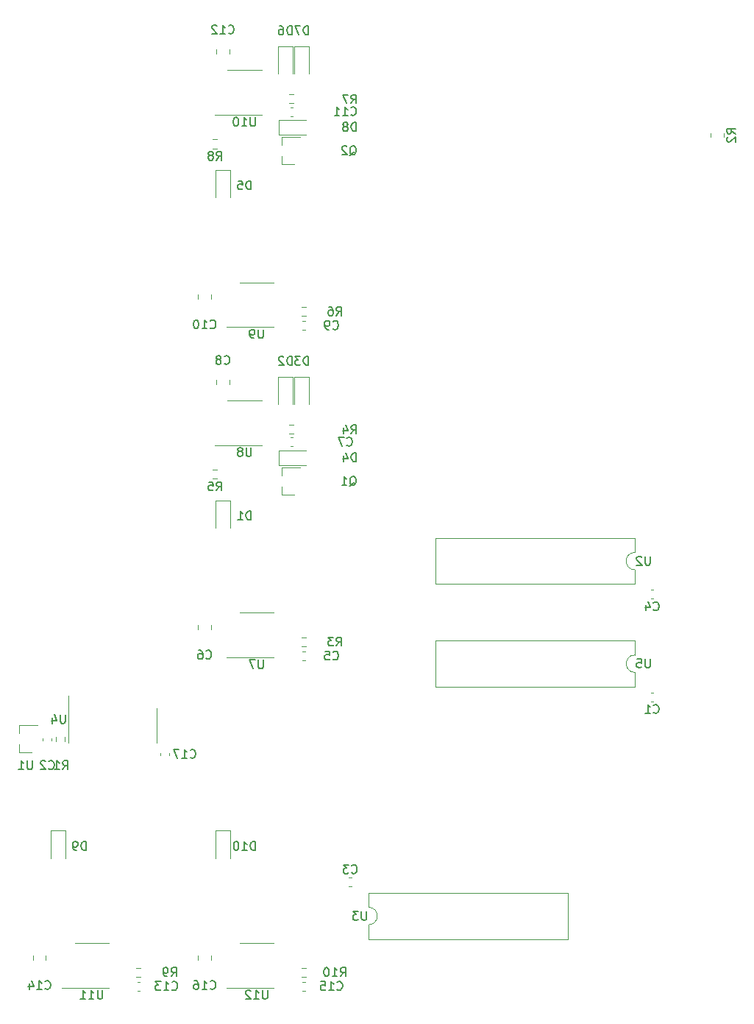
<source format=gbo>
%TF.GenerationSoftware,KiCad,Pcbnew,5.1.9-73d0e3b20d~88~ubuntu20.04.1*%
%TF.CreationDate,2021-03-17T19:49:15+01:00*%
%TF.ProjectId,TestBoard,54657374-426f-4617-9264-2e6b69636164,rev?*%
%TF.SameCoordinates,Original*%
%TF.FileFunction,Legend,Bot*%
%TF.FilePolarity,Positive*%
%FSLAX46Y46*%
G04 Gerber Fmt 4.6, Leading zero omitted, Abs format (unit mm)*
G04 Created by KiCad (PCBNEW 5.1.9-73d0e3b20d~88~ubuntu20.04.1) date 2021-03-17 19:49:15*
%MOMM*%
%LPD*%
G01*
G04 APERTURE LIST*
%ADD10C,0.120000*%
%ADD11C,0.150000*%
%ADD12O,1.500000X1.500000*%
%ADD13O,1.800000X1.800000*%
%ADD14O,1.600000X1.600000*%
%ADD15R,1.600000X1.600000*%
%ADD16C,5.600000*%
%ADD17R,0.900000X0.800000*%
%ADD18C,2.000000*%
%ADD19C,1.700000*%
%ADD20C,4.000000*%
%ADD21C,2.200000*%
%ADD22O,2.800000X2.700000*%
%ADD23C,1.800000*%
%ADD24C,2.700000*%
%ADD25C,1.750000*%
%ADD26R,1.750000X1.750000*%
%ADD27R,1.000000X1.000000*%
G04 APERTURE END LIST*
D10*
%TO.C,U2*%
X137530000Y-134490000D02*
X137530000Y-136140000D01*
X137530000Y-136140000D02*
X114550000Y-136140000D01*
X114550000Y-136140000D02*
X114550000Y-130840000D01*
X114550000Y-130840000D02*
X137530000Y-130840000D01*
X137530000Y-130840000D02*
X137530000Y-132490000D01*
X137530000Y-132490000D02*
G75*
G03*
X137530000Y-134490000I0J-1000000D01*
G01*
%TO.C,C17*%
X83910000Y-155846267D02*
X83910000Y-155553733D01*
X82890000Y-155846267D02*
X82890000Y-155553733D01*
%TO.C,U12*%
X94000000Y-177440000D02*
X95950000Y-177440000D01*
X94000000Y-177440000D02*
X92050000Y-177440000D01*
X94000000Y-182560000D02*
X95950000Y-182560000D01*
X94000000Y-182560000D02*
X90550000Y-182560000D01*
%TO.C,U11*%
X75000000Y-177440000D02*
X76950000Y-177440000D01*
X75000000Y-177440000D02*
X73050000Y-177440000D01*
X75000000Y-182560000D02*
X76950000Y-182560000D01*
X75000000Y-182560000D02*
X71550000Y-182560000D01*
%TO.C,U10*%
X92600000Y-77040000D02*
X94550000Y-77040000D01*
X92600000Y-77040000D02*
X90650000Y-77040000D01*
X92600000Y-82160000D02*
X94550000Y-82160000D01*
X92600000Y-82160000D02*
X89150000Y-82160000D01*
%TO.C,U9*%
X94000000Y-101440000D02*
X95950000Y-101440000D01*
X94000000Y-101440000D02*
X92050000Y-101440000D01*
X94000000Y-106560000D02*
X95950000Y-106560000D01*
X94000000Y-106560000D02*
X90550000Y-106560000D01*
%TO.C,U8*%
X92600000Y-115040000D02*
X94550000Y-115040000D01*
X92600000Y-115040000D02*
X90650000Y-115040000D01*
X92600000Y-120160000D02*
X94550000Y-120160000D01*
X92600000Y-120160000D02*
X89150000Y-120160000D01*
%TO.C,U7*%
X94000000Y-139440000D02*
X95950000Y-139440000D01*
X94000000Y-139440000D02*
X92050000Y-139440000D01*
X94000000Y-144560000D02*
X95950000Y-144560000D01*
X94000000Y-144560000D02*
X90550000Y-144560000D01*
%TO.C,U5*%
X137530000Y-146290000D02*
X137530000Y-147940000D01*
X137530000Y-147940000D02*
X114550000Y-147940000D01*
X114550000Y-147940000D02*
X114550000Y-142640000D01*
X114550000Y-142640000D02*
X137530000Y-142640000D01*
X137530000Y-142640000D02*
X137530000Y-144290000D01*
X137530000Y-144290000D02*
G75*
G03*
X137530000Y-146290000I0J-1000000D01*
G01*
%TO.C,U4*%
X82460000Y-152400000D02*
X82460000Y-154350000D01*
X82460000Y-152400000D02*
X82460000Y-150450000D01*
X72340000Y-152400000D02*
X72340000Y-154350000D01*
X72340000Y-152400000D02*
X72340000Y-148950000D01*
%TO.C,U3*%
X106870000Y-173310000D02*
X106870000Y-171660000D01*
X106870000Y-171660000D02*
X129850000Y-171660000D01*
X129850000Y-171660000D02*
X129850000Y-176960000D01*
X129850000Y-176960000D02*
X106870000Y-176960000D01*
X106870000Y-176960000D02*
X106870000Y-175310000D01*
X106870000Y-175310000D02*
G75*
G03*
X106870000Y-173310000I0J1000000D01*
G01*
%TO.C,U1*%
X66640000Y-155480000D02*
X66640000Y-154550000D01*
X66640000Y-152320000D02*
X66640000Y-153250000D01*
X66640000Y-152320000D02*
X68800000Y-152320000D01*
X66640000Y-155480000D02*
X68100000Y-155480000D01*
%TO.C,R10*%
X99145276Y-181322500D02*
X99654724Y-181322500D01*
X99145276Y-180277500D02*
X99654724Y-180277500D01*
%TO.C,R9*%
X80145276Y-181322500D02*
X80654724Y-181322500D01*
X80145276Y-180277500D02*
X80654724Y-180277500D01*
%TO.C,R8*%
X88945276Y-86022500D02*
X89454724Y-86022500D01*
X88945276Y-84977500D02*
X89454724Y-84977500D01*
%TO.C,R7*%
X97745276Y-80822500D02*
X98254724Y-80822500D01*
X97745276Y-79777500D02*
X98254724Y-79777500D01*
%TO.C,R6*%
X99145276Y-105322500D02*
X99654724Y-105322500D01*
X99145276Y-104277500D02*
X99654724Y-104277500D01*
%TO.C,R5*%
X88945276Y-124022500D02*
X89454724Y-124022500D01*
X88945276Y-122977500D02*
X89454724Y-122977500D01*
%TO.C,R4*%
X97745276Y-118822500D02*
X98254724Y-118822500D01*
X97745276Y-117777500D02*
X98254724Y-117777500D01*
%TO.C,R3*%
X99145276Y-143322500D02*
X99654724Y-143322500D01*
X99145276Y-142277500D02*
X99654724Y-142277500D01*
%TO.C,R2*%
X147735000Y-84727064D02*
X147735000Y-84272936D01*
X146265000Y-84727064D02*
X146265000Y-84272936D01*
%TO.C,R1*%
X71922500Y-154254724D02*
X71922500Y-153745276D01*
X70877500Y-154254724D02*
X70877500Y-153745276D01*
%TO.C,Q2*%
X96840000Y-87880000D02*
X96840000Y-86950000D01*
X96840000Y-84720000D02*
X96840000Y-85650000D01*
X96840000Y-84720000D02*
X99000000Y-84720000D01*
X96840000Y-87880000D02*
X98300000Y-87880000D01*
%TO.C,Q1*%
X96840000Y-125880000D02*
X96840000Y-124950000D01*
X96840000Y-122720000D02*
X96840000Y-123650000D01*
X96840000Y-122720000D02*
X99000000Y-122720000D01*
X96840000Y-125880000D02*
X98300000Y-125880000D01*
%TO.C,D10*%
X89250000Y-164500000D02*
X90950000Y-164500000D01*
X90950000Y-164500000D02*
X90950000Y-167650000D01*
X89250000Y-164500000D02*
X89250000Y-167650000D01*
%TO.C,D9*%
X70250000Y-164500000D02*
X71950000Y-164500000D01*
X71950000Y-164500000D02*
X71950000Y-167650000D01*
X70250000Y-164500000D02*
X70250000Y-167650000D01*
%TO.C,D8*%
X96500000Y-84450000D02*
X96500000Y-82750000D01*
X96500000Y-82750000D02*
X99650000Y-82750000D01*
X96500000Y-84450000D02*
X99650000Y-84450000D01*
%TO.C,D7*%
X98350000Y-74300000D02*
X100050000Y-74300000D01*
X100050000Y-74300000D02*
X100050000Y-77450000D01*
X98350000Y-74300000D02*
X98350000Y-77450000D01*
%TO.C,D6*%
X96450000Y-74300000D02*
X98150000Y-74300000D01*
X98150000Y-74300000D02*
X98150000Y-77450000D01*
X96450000Y-74300000D02*
X96450000Y-77450000D01*
%TO.C,D5*%
X89250000Y-88500000D02*
X90950000Y-88500000D01*
X90950000Y-88500000D02*
X90950000Y-91650000D01*
X89250000Y-88500000D02*
X89250000Y-91650000D01*
%TO.C,D4*%
X96500000Y-122450000D02*
X96500000Y-120750000D01*
X96500000Y-120750000D02*
X99650000Y-120750000D01*
X96500000Y-122450000D02*
X99650000Y-122450000D01*
%TO.C,D3*%
X98350000Y-112300000D02*
X100050000Y-112300000D01*
X100050000Y-112300000D02*
X100050000Y-115450000D01*
X98350000Y-112300000D02*
X98350000Y-115450000D01*
%TO.C,D2*%
X96450000Y-112300000D02*
X98150000Y-112300000D01*
X98150000Y-112300000D02*
X98150000Y-115450000D01*
X96450000Y-112300000D02*
X96450000Y-115450000D01*
%TO.C,D1*%
X89250000Y-126500000D02*
X90950000Y-126500000D01*
X90950000Y-126500000D02*
X90950000Y-129650000D01*
X89250000Y-126500000D02*
X89250000Y-129650000D01*
%TO.C,C16*%
X88735000Y-179361252D02*
X88735000Y-178838748D01*
X87265000Y-179361252D02*
X87265000Y-178838748D01*
%TO.C,C15*%
X99253733Y-182910000D02*
X99546267Y-182910000D01*
X99253733Y-181890000D02*
X99546267Y-181890000D01*
%TO.C,C14*%
X69735000Y-179361252D02*
X69735000Y-178838748D01*
X68265000Y-179361252D02*
X68265000Y-178838748D01*
%TO.C,C13*%
X80253733Y-182910000D02*
X80546267Y-182910000D01*
X80253733Y-181890000D02*
X80546267Y-181890000D01*
%TO.C,C12*%
X89365000Y-74638748D02*
X89365000Y-75161252D01*
X90835000Y-74638748D02*
X90835000Y-75161252D01*
%TO.C,C11*%
X97853733Y-82310000D02*
X98146267Y-82310000D01*
X97853733Y-81290000D02*
X98146267Y-81290000D01*
%TO.C,C10*%
X88735000Y-103361252D02*
X88735000Y-102838748D01*
X87265000Y-103361252D02*
X87265000Y-102838748D01*
%TO.C,C9*%
X99253733Y-106910000D02*
X99546267Y-106910000D01*
X99253733Y-105890000D02*
X99546267Y-105890000D01*
%TO.C,C8*%
X89365000Y-112638748D02*
X89365000Y-113161252D01*
X90835000Y-112638748D02*
X90835000Y-113161252D01*
%TO.C,C7*%
X97853733Y-120310000D02*
X98146267Y-120310000D01*
X97853733Y-119290000D02*
X98146267Y-119290000D01*
%TO.C,C6*%
X88735000Y-141361252D02*
X88735000Y-140838748D01*
X87265000Y-141361252D02*
X87265000Y-140838748D01*
%TO.C,C5*%
X99253733Y-144910000D02*
X99546267Y-144910000D01*
X99253733Y-143890000D02*
X99546267Y-143890000D01*
%TO.C,C4*%
X139353733Y-137810000D02*
X139646267Y-137810000D01*
X139353733Y-136790000D02*
X139646267Y-136790000D01*
%TO.C,C3*%
X104896267Y-169890000D02*
X104603733Y-169890000D01*
X104896267Y-170910000D02*
X104603733Y-170910000D01*
%TO.C,C2*%
X69390000Y-153853733D02*
X69390000Y-154146267D01*
X70410000Y-153853733D02*
X70410000Y-154146267D01*
%TO.C,C1*%
X139353733Y-149610000D02*
X139646267Y-149610000D01*
X139353733Y-148590000D02*
X139646267Y-148590000D01*
%TO.C,U2*%
D11*
X139291904Y-132942380D02*
X139291904Y-133751904D01*
X139244285Y-133847142D01*
X139196666Y-133894761D01*
X139101428Y-133942380D01*
X138910952Y-133942380D01*
X138815714Y-133894761D01*
X138768095Y-133847142D01*
X138720476Y-133751904D01*
X138720476Y-132942380D01*
X138291904Y-133037619D02*
X138244285Y-132990000D01*
X138149047Y-132942380D01*
X137910952Y-132942380D01*
X137815714Y-132990000D01*
X137768095Y-133037619D01*
X137720476Y-133132857D01*
X137720476Y-133228095D01*
X137768095Y-133370952D01*
X138339523Y-133942380D01*
X137720476Y-133942380D01*
%TO.C,C17*%
X86342857Y-156057142D02*
X86390476Y-156104761D01*
X86533333Y-156152380D01*
X86628571Y-156152380D01*
X86771428Y-156104761D01*
X86866666Y-156009523D01*
X86914285Y-155914285D01*
X86961904Y-155723809D01*
X86961904Y-155580952D01*
X86914285Y-155390476D01*
X86866666Y-155295238D01*
X86771428Y-155200000D01*
X86628571Y-155152380D01*
X86533333Y-155152380D01*
X86390476Y-155200000D01*
X86342857Y-155247619D01*
X85390476Y-156152380D02*
X85961904Y-156152380D01*
X85676190Y-156152380D02*
X85676190Y-155152380D01*
X85771428Y-155295238D01*
X85866666Y-155390476D01*
X85961904Y-155438095D01*
X85057142Y-155152380D02*
X84390476Y-155152380D01*
X84819047Y-156152380D01*
%TO.C,U12*%
X95238095Y-182852380D02*
X95238095Y-183661904D01*
X95190476Y-183757142D01*
X95142857Y-183804761D01*
X95047619Y-183852380D01*
X94857142Y-183852380D01*
X94761904Y-183804761D01*
X94714285Y-183757142D01*
X94666666Y-183661904D01*
X94666666Y-182852380D01*
X93666666Y-183852380D02*
X94238095Y-183852380D01*
X93952380Y-183852380D02*
X93952380Y-182852380D01*
X94047619Y-182995238D01*
X94142857Y-183090476D01*
X94238095Y-183138095D01*
X93285714Y-182947619D02*
X93238095Y-182900000D01*
X93142857Y-182852380D01*
X92904761Y-182852380D01*
X92809523Y-182900000D01*
X92761904Y-182947619D01*
X92714285Y-183042857D01*
X92714285Y-183138095D01*
X92761904Y-183280952D01*
X93333333Y-183852380D01*
X92714285Y-183852380D01*
%TO.C,U11*%
X76238095Y-182852380D02*
X76238095Y-183661904D01*
X76190476Y-183757142D01*
X76142857Y-183804761D01*
X76047619Y-183852380D01*
X75857142Y-183852380D01*
X75761904Y-183804761D01*
X75714285Y-183757142D01*
X75666666Y-183661904D01*
X75666666Y-182852380D01*
X74666666Y-183852380D02*
X75238095Y-183852380D01*
X74952380Y-183852380D02*
X74952380Y-182852380D01*
X75047619Y-182995238D01*
X75142857Y-183090476D01*
X75238095Y-183138095D01*
X73714285Y-183852380D02*
X74285714Y-183852380D01*
X74000000Y-183852380D02*
X74000000Y-182852380D01*
X74095238Y-182995238D01*
X74190476Y-183090476D01*
X74285714Y-183138095D01*
%TO.C,U10*%
X93838095Y-82452380D02*
X93838095Y-83261904D01*
X93790476Y-83357142D01*
X93742857Y-83404761D01*
X93647619Y-83452380D01*
X93457142Y-83452380D01*
X93361904Y-83404761D01*
X93314285Y-83357142D01*
X93266666Y-83261904D01*
X93266666Y-82452380D01*
X92266666Y-83452380D02*
X92838095Y-83452380D01*
X92552380Y-83452380D02*
X92552380Y-82452380D01*
X92647619Y-82595238D01*
X92742857Y-82690476D01*
X92838095Y-82738095D01*
X91647619Y-82452380D02*
X91552380Y-82452380D01*
X91457142Y-82500000D01*
X91409523Y-82547619D01*
X91361904Y-82642857D01*
X91314285Y-82833333D01*
X91314285Y-83071428D01*
X91361904Y-83261904D01*
X91409523Y-83357142D01*
X91457142Y-83404761D01*
X91552380Y-83452380D01*
X91647619Y-83452380D01*
X91742857Y-83404761D01*
X91790476Y-83357142D01*
X91838095Y-83261904D01*
X91885714Y-83071428D01*
X91885714Y-82833333D01*
X91838095Y-82642857D01*
X91790476Y-82547619D01*
X91742857Y-82500000D01*
X91647619Y-82452380D01*
%TO.C,U9*%
X94761904Y-106852380D02*
X94761904Y-107661904D01*
X94714285Y-107757142D01*
X94666666Y-107804761D01*
X94571428Y-107852380D01*
X94380952Y-107852380D01*
X94285714Y-107804761D01*
X94238095Y-107757142D01*
X94190476Y-107661904D01*
X94190476Y-106852380D01*
X93666666Y-107852380D02*
X93476190Y-107852380D01*
X93380952Y-107804761D01*
X93333333Y-107757142D01*
X93238095Y-107614285D01*
X93190476Y-107423809D01*
X93190476Y-107042857D01*
X93238095Y-106947619D01*
X93285714Y-106900000D01*
X93380952Y-106852380D01*
X93571428Y-106852380D01*
X93666666Y-106900000D01*
X93714285Y-106947619D01*
X93761904Y-107042857D01*
X93761904Y-107280952D01*
X93714285Y-107376190D01*
X93666666Y-107423809D01*
X93571428Y-107471428D01*
X93380952Y-107471428D01*
X93285714Y-107423809D01*
X93238095Y-107376190D01*
X93190476Y-107280952D01*
%TO.C,U8*%
X93361904Y-120452380D02*
X93361904Y-121261904D01*
X93314285Y-121357142D01*
X93266666Y-121404761D01*
X93171428Y-121452380D01*
X92980952Y-121452380D01*
X92885714Y-121404761D01*
X92838095Y-121357142D01*
X92790476Y-121261904D01*
X92790476Y-120452380D01*
X92171428Y-120880952D02*
X92266666Y-120833333D01*
X92314285Y-120785714D01*
X92361904Y-120690476D01*
X92361904Y-120642857D01*
X92314285Y-120547619D01*
X92266666Y-120500000D01*
X92171428Y-120452380D01*
X91980952Y-120452380D01*
X91885714Y-120500000D01*
X91838095Y-120547619D01*
X91790476Y-120642857D01*
X91790476Y-120690476D01*
X91838095Y-120785714D01*
X91885714Y-120833333D01*
X91980952Y-120880952D01*
X92171428Y-120880952D01*
X92266666Y-120928571D01*
X92314285Y-120976190D01*
X92361904Y-121071428D01*
X92361904Y-121261904D01*
X92314285Y-121357142D01*
X92266666Y-121404761D01*
X92171428Y-121452380D01*
X91980952Y-121452380D01*
X91885714Y-121404761D01*
X91838095Y-121357142D01*
X91790476Y-121261904D01*
X91790476Y-121071428D01*
X91838095Y-120976190D01*
X91885714Y-120928571D01*
X91980952Y-120880952D01*
%TO.C,U7*%
X94761904Y-144852380D02*
X94761904Y-145661904D01*
X94714285Y-145757142D01*
X94666666Y-145804761D01*
X94571428Y-145852380D01*
X94380952Y-145852380D01*
X94285714Y-145804761D01*
X94238095Y-145757142D01*
X94190476Y-145661904D01*
X94190476Y-144852380D01*
X93809523Y-144852380D02*
X93142857Y-144852380D01*
X93571428Y-145852380D01*
%TO.C,U5*%
X139291904Y-144742380D02*
X139291904Y-145551904D01*
X139244285Y-145647142D01*
X139196666Y-145694761D01*
X139101428Y-145742380D01*
X138910952Y-145742380D01*
X138815714Y-145694761D01*
X138768095Y-145647142D01*
X138720476Y-145551904D01*
X138720476Y-144742380D01*
X137768095Y-144742380D02*
X138244285Y-144742380D01*
X138291904Y-145218571D01*
X138244285Y-145170952D01*
X138149047Y-145123333D01*
X137910952Y-145123333D01*
X137815714Y-145170952D01*
X137768095Y-145218571D01*
X137720476Y-145313809D01*
X137720476Y-145551904D01*
X137768095Y-145647142D01*
X137815714Y-145694761D01*
X137910952Y-145742380D01*
X138149047Y-145742380D01*
X138244285Y-145694761D01*
X138291904Y-145647142D01*
%TO.C,U4*%
X71961904Y-151152380D02*
X71961904Y-151961904D01*
X71914285Y-152057142D01*
X71866666Y-152104761D01*
X71771428Y-152152380D01*
X71580952Y-152152380D01*
X71485714Y-152104761D01*
X71438095Y-152057142D01*
X71390476Y-151961904D01*
X71390476Y-151152380D01*
X70485714Y-151485714D02*
X70485714Y-152152380D01*
X70723809Y-151104761D02*
X70961904Y-151819047D01*
X70342857Y-151819047D01*
%TO.C,U3*%
X106631904Y-173762380D02*
X106631904Y-174571904D01*
X106584285Y-174667142D01*
X106536666Y-174714761D01*
X106441428Y-174762380D01*
X106250952Y-174762380D01*
X106155714Y-174714761D01*
X106108095Y-174667142D01*
X106060476Y-174571904D01*
X106060476Y-173762380D01*
X105679523Y-173762380D02*
X105060476Y-173762380D01*
X105393809Y-174143333D01*
X105250952Y-174143333D01*
X105155714Y-174190952D01*
X105108095Y-174238571D01*
X105060476Y-174333809D01*
X105060476Y-174571904D01*
X105108095Y-174667142D01*
X105155714Y-174714761D01*
X105250952Y-174762380D01*
X105536666Y-174762380D01*
X105631904Y-174714761D01*
X105679523Y-174667142D01*
%TO.C,U1*%
X68161904Y-156452380D02*
X68161904Y-157261904D01*
X68114285Y-157357142D01*
X68066666Y-157404761D01*
X67971428Y-157452380D01*
X67780952Y-157452380D01*
X67685714Y-157404761D01*
X67638095Y-157357142D01*
X67590476Y-157261904D01*
X67590476Y-156452380D01*
X66590476Y-157452380D02*
X67161904Y-157452380D01*
X66876190Y-157452380D02*
X66876190Y-156452380D01*
X66971428Y-156595238D01*
X67066666Y-156690476D01*
X67161904Y-156738095D01*
%TO.C,R10*%
X103642857Y-181252380D02*
X103976190Y-180776190D01*
X104214285Y-181252380D02*
X104214285Y-180252380D01*
X103833333Y-180252380D01*
X103738095Y-180300000D01*
X103690476Y-180347619D01*
X103642857Y-180442857D01*
X103642857Y-180585714D01*
X103690476Y-180680952D01*
X103738095Y-180728571D01*
X103833333Y-180776190D01*
X104214285Y-180776190D01*
X102690476Y-181252380D02*
X103261904Y-181252380D01*
X102976190Y-181252380D02*
X102976190Y-180252380D01*
X103071428Y-180395238D01*
X103166666Y-180490476D01*
X103261904Y-180538095D01*
X102071428Y-180252380D02*
X101976190Y-180252380D01*
X101880952Y-180300000D01*
X101833333Y-180347619D01*
X101785714Y-180442857D01*
X101738095Y-180633333D01*
X101738095Y-180871428D01*
X101785714Y-181061904D01*
X101833333Y-181157142D01*
X101880952Y-181204761D01*
X101976190Y-181252380D01*
X102071428Y-181252380D01*
X102166666Y-181204761D01*
X102214285Y-181157142D01*
X102261904Y-181061904D01*
X102309523Y-180871428D01*
X102309523Y-180633333D01*
X102261904Y-180442857D01*
X102214285Y-180347619D01*
X102166666Y-180300000D01*
X102071428Y-180252380D01*
%TO.C,R9*%
X84166666Y-181252380D02*
X84500000Y-180776190D01*
X84738095Y-181252380D02*
X84738095Y-180252380D01*
X84357142Y-180252380D01*
X84261904Y-180300000D01*
X84214285Y-180347619D01*
X84166666Y-180442857D01*
X84166666Y-180585714D01*
X84214285Y-180680952D01*
X84261904Y-180728571D01*
X84357142Y-180776190D01*
X84738095Y-180776190D01*
X83690476Y-181252380D02*
X83500000Y-181252380D01*
X83404761Y-181204761D01*
X83357142Y-181157142D01*
X83261904Y-181014285D01*
X83214285Y-180823809D01*
X83214285Y-180442857D01*
X83261904Y-180347619D01*
X83309523Y-180300000D01*
X83404761Y-180252380D01*
X83595238Y-180252380D01*
X83690476Y-180300000D01*
X83738095Y-180347619D01*
X83785714Y-180442857D01*
X83785714Y-180680952D01*
X83738095Y-180776190D01*
X83690476Y-180823809D01*
X83595238Y-180871428D01*
X83404761Y-180871428D01*
X83309523Y-180823809D01*
X83261904Y-180776190D01*
X83214285Y-180680952D01*
%TO.C,R8*%
X89366666Y-87382380D02*
X89700000Y-86906190D01*
X89938095Y-87382380D02*
X89938095Y-86382380D01*
X89557142Y-86382380D01*
X89461904Y-86430000D01*
X89414285Y-86477619D01*
X89366666Y-86572857D01*
X89366666Y-86715714D01*
X89414285Y-86810952D01*
X89461904Y-86858571D01*
X89557142Y-86906190D01*
X89938095Y-86906190D01*
X88795238Y-86810952D02*
X88890476Y-86763333D01*
X88938095Y-86715714D01*
X88985714Y-86620476D01*
X88985714Y-86572857D01*
X88938095Y-86477619D01*
X88890476Y-86430000D01*
X88795238Y-86382380D01*
X88604761Y-86382380D01*
X88509523Y-86430000D01*
X88461904Y-86477619D01*
X88414285Y-86572857D01*
X88414285Y-86620476D01*
X88461904Y-86715714D01*
X88509523Y-86763333D01*
X88604761Y-86810952D01*
X88795238Y-86810952D01*
X88890476Y-86858571D01*
X88938095Y-86906190D01*
X88985714Y-87001428D01*
X88985714Y-87191904D01*
X88938095Y-87287142D01*
X88890476Y-87334761D01*
X88795238Y-87382380D01*
X88604761Y-87382380D01*
X88509523Y-87334761D01*
X88461904Y-87287142D01*
X88414285Y-87191904D01*
X88414285Y-87001428D01*
X88461904Y-86906190D01*
X88509523Y-86858571D01*
X88604761Y-86810952D01*
%TO.C,R7*%
X104866666Y-80852380D02*
X105200000Y-80376190D01*
X105438095Y-80852380D02*
X105438095Y-79852380D01*
X105057142Y-79852380D01*
X104961904Y-79900000D01*
X104914285Y-79947619D01*
X104866666Y-80042857D01*
X104866666Y-80185714D01*
X104914285Y-80280952D01*
X104961904Y-80328571D01*
X105057142Y-80376190D01*
X105438095Y-80376190D01*
X104533333Y-79852380D02*
X103866666Y-79852380D01*
X104295238Y-80852380D01*
%TO.C,R6*%
X103166666Y-105252380D02*
X103500000Y-104776190D01*
X103738095Y-105252380D02*
X103738095Y-104252380D01*
X103357142Y-104252380D01*
X103261904Y-104300000D01*
X103214285Y-104347619D01*
X103166666Y-104442857D01*
X103166666Y-104585714D01*
X103214285Y-104680952D01*
X103261904Y-104728571D01*
X103357142Y-104776190D01*
X103738095Y-104776190D01*
X102309523Y-104252380D02*
X102500000Y-104252380D01*
X102595238Y-104300000D01*
X102642857Y-104347619D01*
X102738095Y-104490476D01*
X102785714Y-104680952D01*
X102785714Y-105061904D01*
X102738095Y-105157142D01*
X102690476Y-105204761D01*
X102595238Y-105252380D01*
X102404761Y-105252380D01*
X102309523Y-105204761D01*
X102261904Y-105157142D01*
X102214285Y-105061904D01*
X102214285Y-104823809D01*
X102261904Y-104728571D01*
X102309523Y-104680952D01*
X102404761Y-104633333D01*
X102595238Y-104633333D01*
X102690476Y-104680952D01*
X102738095Y-104728571D01*
X102785714Y-104823809D01*
%TO.C,R5*%
X89366666Y-125382380D02*
X89700000Y-124906190D01*
X89938095Y-125382380D02*
X89938095Y-124382380D01*
X89557142Y-124382380D01*
X89461904Y-124430000D01*
X89414285Y-124477619D01*
X89366666Y-124572857D01*
X89366666Y-124715714D01*
X89414285Y-124810952D01*
X89461904Y-124858571D01*
X89557142Y-124906190D01*
X89938095Y-124906190D01*
X88461904Y-124382380D02*
X88938095Y-124382380D01*
X88985714Y-124858571D01*
X88938095Y-124810952D01*
X88842857Y-124763333D01*
X88604761Y-124763333D01*
X88509523Y-124810952D01*
X88461904Y-124858571D01*
X88414285Y-124953809D01*
X88414285Y-125191904D01*
X88461904Y-125287142D01*
X88509523Y-125334761D01*
X88604761Y-125382380D01*
X88842857Y-125382380D01*
X88938095Y-125334761D01*
X88985714Y-125287142D01*
%TO.C,R4*%
X104866666Y-118852380D02*
X105200000Y-118376190D01*
X105438095Y-118852380D02*
X105438095Y-117852380D01*
X105057142Y-117852380D01*
X104961904Y-117900000D01*
X104914285Y-117947619D01*
X104866666Y-118042857D01*
X104866666Y-118185714D01*
X104914285Y-118280952D01*
X104961904Y-118328571D01*
X105057142Y-118376190D01*
X105438095Y-118376190D01*
X104009523Y-118185714D02*
X104009523Y-118852380D01*
X104247619Y-117804761D02*
X104485714Y-118519047D01*
X103866666Y-118519047D01*
%TO.C,R3*%
X103166666Y-143252380D02*
X103500000Y-142776190D01*
X103738095Y-143252380D02*
X103738095Y-142252380D01*
X103357142Y-142252380D01*
X103261904Y-142300000D01*
X103214285Y-142347619D01*
X103166666Y-142442857D01*
X103166666Y-142585714D01*
X103214285Y-142680952D01*
X103261904Y-142728571D01*
X103357142Y-142776190D01*
X103738095Y-142776190D01*
X102833333Y-142252380D02*
X102214285Y-142252380D01*
X102547619Y-142633333D01*
X102404761Y-142633333D01*
X102309523Y-142680952D01*
X102261904Y-142728571D01*
X102214285Y-142823809D01*
X102214285Y-143061904D01*
X102261904Y-143157142D01*
X102309523Y-143204761D01*
X102404761Y-143252380D01*
X102690476Y-143252380D01*
X102785714Y-143204761D01*
X102833333Y-143157142D01*
%TO.C,R2*%
X149102380Y-84333333D02*
X148626190Y-84000000D01*
X149102380Y-83761904D02*
X148102380Y-83761904D01*
X148102380Y-84142857D01*
X148150000Y-84238095D01*
X148197619Y-84285714D01*
X148292857Y-84333333D01*
X148435714Y-84333333D01*
X148530952Y-84285714D01*
X148578571Y-84238095D01*
X148626190Y-84142857D01*
X148626190Y-83761904D01*
X148197619Y-84714285D02*
X148150000Y-84761904D01*
X148102380Y-84857142D01*
X148102380Y-85095238D01*
X148150000Y-85190476D01*
X148197619Y-85238095D01*
X148292857Y-85285714D01*
X148388095Y-85285714D01*
X148530952Y-85238095D01*
X149102380Y-84666666D01*
X149102380Y-85285714D01*
%TO.C,R1*%
X71666666Y-157452380D02*
X72000000Y-156976190D01*
X72238095Y-157452380D02*
X72238095Y-156452380D01*
X71857142Y-156452380D01*
X71761904Y-156500000D01*
X71714285Y-156547619D01*
X71666666Y-156642857D01*
X71666666Y-156785714D01*
X71714285Y-156880952D01*
X71761904Y-156928571D01*
X71857142Y-156976190D01*
X72238095Y-156976190D01*
X70714285Y-157452380D02*
X71285714Y-157452380D01*
X71000000Y-157452380D02*
X71000000Y-156452380D01*
X71095238Y-156595238D01*
X71190476Y-156690476D01*
X71285714Y-156738095D01*
%TO.C,Q2*%
X104695238Y-86847619D02*
X104790476Y-86800000D01*
X104885714Y-86704761D01*
X105028571Y-86561904D01*
X105123809Y-86514285D01*
X105219047Y-86514285D01*
X105171428Y-86752380D02*
X105266666Y-86704761D01*
X105361904Y-86609523D01*
X105409523Y-86419047D01*
X105409523Y-86085714D01*
X105361904Y-85895238D01*
X105266666Y-85800000D01*
X105171428Y-85752380D01*
X104980952Y-85752380D01*
X104885714Y-85800000D01*
X104790476Y-85895238D01*
X104742857Y-86085714D01*
X104742857Y-86419047D01*
X104790476Y-86609523D01*
X104885714Y-86704761D01*
X104980952Y-86752380D01*
X105171428Y-86752380D01*
X104361904Y-85847619D02*
X104314285Y-85800000D01*
X104219047Y-85752380D01*
X103980952Y-85752380D01*
X103885714Y-85800000D01*
X103838095Y-85847619D01*
X103790476Y-85942857D01*
X103790476Y-86038095D01*
X103838095Y-86180952D01*
X104409523Y-86752380D01*
X103790476Y-86752380D01*
%TO.C,Q1*%
X104695238Y-124847619D02*
X104790476Y-124800000D01*
X104885714Y-124704761D01*
X105028571Y-124561904D01*
X105123809Y-124514285D01*
X105219047Y-124514285D01*
X105171428Y-124752380D02*
X105266666Y-124704761D01*
X105361904Y-124609523D01*
X105409523Y-124419047D01*
X105409523Y-124085714D01*
X105361904Y-123895238D01*
X105266666Y-123800000D01*
X105171428Y-123752380D01*
X104980952Y-123752380D01*
X104885714Y-123800000D01*
X104790476Y-123895238D01*
X104742857Y-124085714D01*
X104742857Y-124419047D01*
X104790476Y-124609523D01*
X104885714Y-124704761D01*
X104980952Y-124752380D01*
X105171428Y-124752380D01*
X103790476Y-124752380D02*
X104361904Y-124752380D01*
X104076190Y-124752380D02*
X104076190Y-123752380D01*
X104171428Y-123895238D01*
X104266666Y-123990476D01*
X104361904Y-124038095D01*
%TO.C,D10*%
X93814285Y-166752380D02*
X93814285Y-165752380D01*
X93576190Y-165752380D01*
X93433333Y-165800000D01*
X93338095Y-165895238D01*
X93290476Y-165990476D01*
X93242857Y-166180952D01*
X93242857Y-166323809D01*
X93290476Y-166514285D01*
X93338095Y-166609523D01*
X93433333Y-166704761D01*
X93576190Y-166752380D01*
X93814285Y-166752380D01*
X92290476Y-166752380D02*
X92861904Y-166752380D01*
X92576190Y-166752380D02*
X92576190Y-165752380D01*
X92671428Y-165895238D01*
X92766666Y-165990476D01*
X92861904Y-166038095D01*
X91671428Y-165752380D02*
X91576190Y-165752380D01*
X91480952Y-165800000D01*
X91433333Y-165847619D01*
X91385714Y-165942857D01*
X91338095Y-166133333D01*
X91338095Y-166371428D01*
X91385714Y-166561904D01*
X91433333Y-166657142D01*
X91480952Y-166704761D01*
X91576190Y-166752380D01*
X91671428Y-166752380D01*
X91766666Y-166704761D01*
X91814285Y-166657142D01*
X91861904Y-166561904D01*
X91909523Y-166371428D01*
X91909523Y-166133333D01*
X91861904Y-165942857D01*
X91814285Y-165847619D01*
X91766666Y-165800000D01*
X91671428Y-165752380D01*
%TO.C,D9*%
X74338095Y-166752380D02*
X74338095Y-165752380D01*
X74100000Y-165752380D01*
X73957142Y-165800000D01*
X73861904Y-165895238D01*
X73814285Y-165990476D01*
X73766666Y-166180952D01*
X73766666Y-166323809D01*
X73814285Y-166514285D01*
X73861904Y-166609523D01*
X73957142Y-166704761D01*
X74100000Y-166752380D01*
X74338095Y-166752380D01*
X73290476Y-166752380D02*
X73100000Y-166752380D01*
X73004761Y-166704761D01*
X72957142Y-166657142D01*
X72861904Y-166514285D01*
X72814285Y-166323809D01*
X72814285Y-165942857D01*
X72861904Y-165847619D01*
X72909523Y-165800000D01*
X73004761Y-165752380D01*
X73195238Y-165752380D01*
X73290476Y-165800000D01*
X73338095Y-165847619D01*
X73385714Y-165942857D01*
X73385714Y-166180952D01*
X73338095Y-166276190D01*
X73290476Y-166323809D01*
X73195238Y-166371428D01*
X73004761Y-166371428D01*
X72909523Y-166323809D01*
X72861904Y-166276190D01*
X72814285Y-166180952D01*
%TO.C,D8*%
X105438095Y-84052380D02*
X105438095Y-83052380D01*
X105200000Y-83052380D01*
X105057142Y-83100000D01*
X104961904Y-83195238D01*
X104914285Y-83290476D01*
X104866666Y-83480952D01*
X104866666Y-83623809D01*
X104914285Y-83814285D01*
X104961904Y-83909523D01*
X105057142Y-84004761D01*
X105200000Y-84052380D01*
X105438095Y-84052380D01*
X104295238Y-83480952D02*
X104390476Y-83433333D01*
X104438095Y-83385714D01*
X104485714Y-83290476D01*
X104485714Y-83242857D01*
X104438095Y-83147619D01*
X104390476Y-83100000D01*
X104295238Y-83052380D01*
X104104761Y-83052380D01*
X104009523Y-83100000D01*
X103961904Y-83147619D01*
X103914285Y-83242857D01*
X103914285Y-83290476D01*
X103961904Y-83385714D01*
X104009523Y-83433333D01*
X104104761Y-83480952D01*
X104295238Y-83480952D01*
X104390476Y-83528571D01*
X104438095Y-83576190D01*
X104485714Y-83671428D01*
X104485714Y-83861904D01*
X104438095Y-83957142D01*
X104390476Y-84004761D01*
X104295238Y-84052380D01*
X104104761Y-84052380D01*
X104009523Y-84004761D01*
X103961904Y-83957142D01*
X103914285Y-83861904D01*
X103914285Y-83671428D01*
X103961904Y-83576190D01*
X104009523Y-83528571D01*
X104104761Y-83480952D01*
%TO.C,D7*%
X99938095Y-72952380D02*
X99938095Y-71952380D01*
X99700000Y-71952380D01*
X99557142Y-72000000D01*
X99461904Y-72095238D01*
X99414285Y-72190476D01*
X99366666Y-72380952D01*
X99366666Y-72523809D01*
X99414285Y-72714285D01*
X99461904Y-72809523D01*
X99557142Y-72904761D01*
X99700000Y-72952380D01*
X99938095Y-72952380D01*
X99033333Y-71952380D02*
X98366666Y-71952380D01*
X98795238Y-72952380D01*
%TO.C,D6*%
X98038095Y-72952380D02*
X98038095Y-71952380D01*
X97800000Y-71952380D01*
X97657142Y-72000000D01*
X97561904Y-72095238D01*
X97514285Y-72190476D01*
X97466666Y-72380952D01*
X97466666Y-72523809D01*
X97514285Y-72714285D01*
X97561904Y-72809523D01*
X97657142Y-72904761D01*
X97800000Y-72952380D01*
X98038095Y-72952380D01*
X96609523Y-71952380D02*
X96800000Y-71952380D01*
X96895238Y-72000000D01*
X96942857Y-72047619D01*
X97038095Y-72190476D01*
X97085714Y-72380952D01*
X97085714Y-72761904D01*
X97038095Y-72857142D01*
X96990476Y-72904761D01*
X96895238Y-72952380D01*
X96704761Y-72952380D01*
X96609523Y-72904761D01*
X96561904Y-72857142D01*
X96514285Y-72761904D01*
X96514285Y-72523809D01*
X96561904Y-72428571D01*
X96609523Y-72380952D01*
X96704761Y-72333333D01*
X96895238Y-72333333D01*
X96990476Y-72380952D01*
X97038095Y-72428571D01*
X97085714Y-72523809D01*
%TO.C,D5*%
X93338095Y-90752380D02*
X93338095Y-89752380D01*
X93100000Y-89752380D01*
X92957142Y-89800000D01*
X92861904Y-89895238D01*
X92814285Y-89990476D01*
X92766666Y-90180952D01*
X92766666Y-90323809D01*
X92814285Y-90514285D01*
X92861904Y-90609523D01*
X92957142Y-90704761D01*
X93100000Y-90752380D01*
X93338095Y-90752380D01*
X91861904Y-89752380D02*
X92338095Y-89752380D01*
X92385714Y-90228571D01*
X92338095Y-90180952D01*
X92242857Y-90133333D01*
X92004761Y-90133333D01*
X91909523Y-90180952D01*
X91861904Y-90228571D01*
X91814285Y-90323809D01*
X91814285Y-90561904D01*
X91861904Y-90657142D01*
X91909523Y-90704761D01*
X92004761Y-90752380D01*
X92242857Y-90752380D01*
X92338095Y-90704761D01*
X92385714Y-90657142D01*
%TO.C,D4*%
X105438095Y-122052380D02*
X105438095Y-121052380D01*
X105200000Y-121052380D01*
X105057142Y-121100000D01*
X104961904Y-121195238D01*
X104914285Y-121290476D01*
X104866666Y-121480952D01*
X104866666Y-121623809D01*
X104914285Y-121814285D01*
X104961904Y-121909523D01*
X105057142Y-122004761D01*
X105200000Y-122052380D01*
X105438095Y-122052380D01*
X104009523Y-121385714D02*
X104009523Y-122052380D01*
X104247619Y-121004761D02*
X104485714Y-121719047D01*
X103866666Y-121719047D01*
%TO.C,D3*%
X99938095Y-110952380D02*
X99938095Y-109952380D01*
X99700000Y-109952380D01*
X99557142Y-110000000D01*
X99461904Y-110095238D01*
X99414285Y-110190476D01*
X99366666Y-110380952D01*
X99366666Y-110523809D01*
X99414285Y-110714285D01*
X99461904Y-110809523D01*
X99557142Y-110904761D01*
X99700000Y-110952380D01*
X99938095Y-110952380D01*
X99033333Y-109952380D02*
X98414285Y-109952380D01*
X98747619Y-110333333D01*
X98604761Y-110333333D01*
X98509523Y-110380952D01*
X98461904Y-110428571D01*
X98414285Y-110523809D01*
X98414285Y-110761904D01*
X98461904Y-110857142D01*
X98509523Y-110904761D01*
X98604761Y-110952380D01*
X98890476Y-110952380D01*
X98985714Y-110904761D01*
X99033333Y-110857142D01*
%TO.C,D2*%
X98038095Y-110952380D02*
X98038095Y-109952380D01*
X97800000Y-109952380D01*
X97657142Y-110000000D01*
X97561904Y-110095238D01*
X97514285Y-110190476D01*
X97466666Y-110380952D01*
X97466666Y-110523809D01*
X97514285Y-110714285D01*
X97561904Y-110809523D01*
X97657142Y-110904761D01*
X97800000Y-110952380D01*
X98038095Y-110952380D01*
X97085714Y-110047619D02*
X97038095Y-110000000D01*
X96942857Y-109952380D01*
X96704761Y-109952380D01*
X96609523Y-110000000D01*
X96561904Y-110047619D01*
X96514285Y-110142857D01*
X96514285Y-110238095D01*
X96561904Y-110380952D01*
X97133333Y-110952380D01*
X96514285Y-110952380D01*
%TO.C,D1*%
X93338095Y-128752380D02*
X93338095Y-127752380D01*
X93100000Y-127752380D01*
X92957142Y-127800000D01*
X92861904Y-127895238D01*
X92814285Y-127990476D01*
X92766666Y-128180952D01*
X92766666Y-128323809D01*
X92814285Y-128514285D01*
X92861904Y-128609523D01*
X92957142Y-128704761D01*
X93100000Y-128752380D01*
X93338095Y-128752380D01*
X91814285Y-128752380D02*
X92385714Y-128752380D01*
X92100000Y-128752380D02*
X92100000Y-127752380D01*
X92195238Y-127895238D01*
X92290476Y-127990476D01*
X92385714Y-128038095D01*
%TO.C,C16*%
X88642857Y-182657142D02*
X88690476Y-182704761D01*
X88833333Y-182752380D01*
X88928571Y-182752380D01*
X89071428Y-182704761D01*
X89166666Y-182609523D01*
X89214285Y-182514285D01*
X89261904Y-182323809D01*
X89261904Y-182180952D01*
X89214285Y-181990476D01*
X89166666Y-181895238D01*
X89071428Y-181800000D01*
X88928571Y-181752380D01*
X88833333Y-181752380D01*
X88690476Y-181800000D01*
X88642857Y-181847619D01*
X87690476Y-182752380D02*
X88261904Y-182752380D01*
X87976190Y-182752380D02*
X87976190Y-181752380D01*
X88071428Y-181895238D01*
X88166666Y-181990476D01*
X88261904Y-182038095D01*
X86833333Y-181752380D02*
X87023809Y-181752380D01*
X87119047Y-181800000D01*
X87166666Y-181847619D01*
X87261904Y-181990476D01*
X87309523Y-182180952D01*
X87309523Y-182561904D01*
X87261904Y-182657142D01*
X87214285Y-182704761D01*
X87119047Y-182752380D01*
X86928571Y-182752380D01*
X86833333Y-182704761D01*
X86785714Y-182657142D01*
X86738095Y-182561904D01*
X86738095Y-182323809D01*
X86785714Y-182228571D01*
X86833333Y-182180952D01*
X86928571Y-182133333D01*
X87119047Y-182133333D01*
X87214285Y-182180952D01*
X87261904Y-182228571D01*
X87309523Y-182323809D01*
%TO.C,C15*%
X103242857Y-182757142D02*
X103290476Y-182804761D01*
X103433333Y-182852380D01*
X103528571Y-182852380D01*
X103671428Y-182804761D01*
X103766666Y-182709523D01*
X103814285Y-182614285D01*
X103861904Y-182423809D01*
X103861904Y-182280952D01*
X103814285Y-182090476D01*
X103766666Y-181995238D01*
X103671428Y-181900000D01*
X103528571Y-181852380D01*
X103433333Y-181852380D01*
X103290476Y-181900000D01*
X103242857Y-181947619D01*
X102290476Y-182852380D02*
X102861904Y-182852380D01*
X102576190Y-182852380D02*
X102576190Y-181852380D01*
X102671428Y-181995238D01*
X102766666Y-182090476D01*
X102861904Y-182138095D01*
X101385714Y-181852380D02*
X101861904Y-181852380D01*
X101909523Y-182328571D01*
X101861904Y-182280952D01*
X101766666Y-182233333D01*
X101528571Y-182233333D01*
X101433333Y-182280952D01*
X101385714Y-182328571D01*
X101338095Y-182423809D01*
X101338095Y-182661904D01*
X101385714Y-182757142D01*
X101433333Y-182804761D01*
X101528571Y-182852380D01*
X101766666Y-182852380D01*
X101861904Y-182804761D01*
X101909523Y-182757142D01*
%TO.C,C14*%
X69642857Y-182657142D02*
X69690476Y-182704761D01*
X69833333Y-182752380D01*
X69928571Y-182752380D01*
X70071428Y-182704761D01*
X70166666Y-182609523D01*
X70214285Y-182514285D01*
X70261904Y-182323809D01*
X70261904Y-182180952D01*
X70214285Y-181990476D01*
X70166666Y-181895238D01*
X70071428Y-181800000D01*
X69928571Y-181752380D01*
X69833333Y-181752380D01*
X69690476Y-181800000D01*
X69642857Y-181847619D01*
X68690476Y-182752380D02*
X69261904Y-182752380D01*
X68976190Y-182752380D02*
X68976190Y-181752380D01*
X69071428Y-181895238D01*
X69166666Y-181990476D01*
X69261904Y-182038095D01*
X67833333Y-182085714D02*
X67833333Y-182752380D01*
X68071428Y-181704761D02*
X68309523Y-182419047D01*
X67690476Y-182419047D01*
%TO.C,C13*%
X84242857Y-182757142D02*
X84290476Y-182804761D01*
X84433333Y-182852380D01*
X84528571Y-182852380D01*
X84671428Y-182804761D01*
X84766666Y-182709523D01*
X84814285Y-182614285D01*
X84861904Y-182423809D01*
X84861904Y-182280952D01*
X84814285Y-182090476D01*
X84766666Y-181995238D01*
X84671428Y-181900000D01*
X84528571Y-181852380D01*
X84433333Y-181852380D01*
X84290476Y-181900000D01*
X84242857Y-181947619D01*
X83290476Y-182852380D02*
X83861904Y-182852380D01*
X83576190Y-182852380D02*
X83576190Y-181852380D01*
X83671428Y-181995238D01*
X83766666Y-182090476D01*
X83861904Y-182138095D01*
X82957142Y-181852380D02*
X82338095Y-181852380D01*
X82671428Y-182233333D01*
X82528571Y-182233333D01*
X82433333Y-182280952D01*
X82385714Y-182328571D01*
X82338095Y-182423809D01*
X82338095Y-182661904D01*
X82385714Y-182757142D01*
X82433333Y-182804761D01*
X82528571Y-182852380D01*
X82814285Y-182852380D01*
X82909523Y-182804761D01*
X82957142Y-182757142D01*
%TO.C,C12*%
X90742857Y-72757142D02*
X90790476Y-72804761D01*
X90933333Y-72852380D01*
X91028571Y-72852380D01*
X91171428Y-72804761D01*
X91266666Y-72709523D01*
X91314285Y-72614285D01*
X91361904Y-72423809D01*
X91361904Y-72280952D01*
X91314285Y-72090476D01*
X91266666Y-71995238D01*
X91171428Y-71900000D01*
X91028571Y-71852380D01*
X90933333Y-71852380D01*
X90790476Y-71900000D01*
X90742857Y-71947619D01*
X89790476Y-72852380D02*
X90361904Y-72852380D01*
X90076190Y-72852380D02*
X90076190Y-71852380D01*
X90171428Y-71995238D01*
X90266666Y-72090476D01*
X90361904Y-72138095D01*
X89409523Y-71947619D02*
X89361904Y-71900000D01*
X89266666Y-71852380D01*
X89028571Y-71852380D01*
X88933333Y-71900000D01*
X88885714Y-71947619D01*
X88838095Y-72042857D01*
X88838095Y-72138095D01*
X88885714Y-72280952D01*
X89457142Y-72852380D01*
X88838095Y-72852380D01*
%TO.C,C11*%
X104842857Y-82157142D02*
X104890476Y-82204761D01*
X105033333Y-82252380D01*
X105128571Y-82252380D01*
X105271428Y-82204761D01*
X105366666Y-82109523D01*
X105414285Y-82014285D01*
X105461904Y-81823809D01*
X105461904Y-81680952D01*
X105414285Y-81490476D01*
X105366666Y-81395238D01*
X105271428Y-81300000D01*
X105128571Y-81252380D01*
X105033333Y-81252380D01*
X104890476Y-81300000D01*
X104842857Y-81347619D01*
X103890476Y-82252380D02*
X104461904Y-82252380D01*
X104176190Y-82252380D02*
X104176190Y-81252380D01*
X104271428Y-81395238D01*
X104366666Y-81490476D01*
X104461904Y-81538095D01*
X102938095Y-82252380D02*
X103509523Y-82252380D01*
X103223809Y-82252380D02*
X103223809Y-81252380D01*
X103319047Y-81395238D01*
X103414285Y-81490476D01*
X103509523Y-81538095D01*
%TO.C,C10*%
X88642857Y-106657142D02*
X88690476Y-106704761D01*
X88833333Y-106752380D01*
X88928571Y-106752380D01*
X89071428Y-106704761D01*
X89166666Y-106609523D01*
X89214285Y-106514285D01*
X89261904Y-106323809D01*
X89261904Y-106180952D01*
X89214285Y-105990476D01*
X89166666Y-105895238D01*
X89071428Y-105800000D01*
X88928571Y-105752380D01*
X88833333Y-105752380D01*
X88690476Y-105800000D01*
X88642857Y-105847619D01*
X87690476Y-106752380D02*
X88261904Y-106752380D01*
X87976190Y-106752380D02*
X87976190Y-105752380D01*
X88071428Y-105895238D01*
X88166666Y-105990476D01*
X88261904Y-106038095D01*
X87071428Y-105752380D02*
X86976190Y-105752380D01*
X86880952Y-105800000D01*
X86833333Y-105847619D01*
X86785714Y-105942857D01*
X86738095Y-106133333D01*
X86738095Y-106371428D01*
X86785714Y-106561904D01*
X86833333Y-106657142D01*
X86880952Y-106704761D01*
X86976190Y-106752380D01*
X87071428Y-106752380D01*
X87166666Y-106704761D01*
X87214285Y-106657142D01*
X87261904Y-106561904D01*
X87309523Y-106371428D01*
X87309523Y-106133333D01*
X87261904Y-105942857D01*
X87214285Y-105847619D01*
X87166666Y-105800000D01*
X87071428Y-105752380D01*
%TO.C,C9*%
X102766666Y-106757142D02*
X102814285Y-106804761D01*
X102957142Y-106852380D01*
X103052380Y-106852380D01*
X103195238Y-106804761D01*
X103290476Y-106709523D01*
X103338095Y-106614285D01*
X103385714Y-106423809D01*
X103385714Y-106280952D01*
X103338095Y-106090476D01*
X103290476Y-105995238D01*
X103195238Y-105900000D01*
X103052380Y-105852380D01*
X102957142Y-105852380D01*
X102814285Y-105900000D01*
X102766666Y-105947619D01*
X102290476Y-106852380D02*
X102100000Y-106852380D01*
X102004761Y-106804761D01*
X101957142Y-106757142D01*
X101861904Y-106614285D01*
X101814285Y-106423809D01*
X101814285Y-106042857D01*
X101861904Y-105947619D01*
X101909523Y-105900000D01*
X102004761Y-105852380D01*
X102195238Y-105852380D01*
X102290476Y-105900000D01*
X102338095Y-105947619D01*
X102385714Y-106042857D01*
X102385714Y-106280952D01*
X102338095Y-106376190D01*
X102290476Y-106423809D01*
X102195238Y-106471428D01*
X102004761Y-106471428D01*
X101909523Y-106423809D01*
X101861904Y-106376190D01*
X101814285Y-106280952D01*
%TO.C,C8*%
X90266666Y-110757142D02*
X90314285Y-110804761D01*
X90457142Y-110852380D01*
X90552380Y-110852380D01*
X90695238Y-110804761D01*
X90790476Y-110709523D01*
X90838095Y-110614285D01*
X90885714Y-110423809D01*
X90885714Y-110280952D01*
X90838095Y-110090476D01*
X90790476Y-109995238D01*
X90695238Y-109900000D01*
X90552380Y-109852380D01*
X90457142Y-109852380D01*
X90314285Y-109900000D01*
X90266666Y-109947619D01*
X89695238Y-110280952D02*
X89790476Y-110233333D01*
X89838095Y-110185714D01*
X89885714Y-110090476D01*
X89885714Y-110042857D01*
X89838095Y-109947619D01*
X89790476Y-109900000D01*
X89695238Y-109852380D01*
X89504761Y-109852380D01*
X89409523Y-109900000D01*
X89361904Y-109947619D01*
X89314285Y-110042857D01*
X89314285Y-110090476D01*
X89361904Y-110185714D01*
X89409523Y-110233333D01*
X89504761Y-110280952D01*
X89695238Y-110280952D01*
X89790476Y-110328571D01*
X89838095Y-110376190D01*
X89885714Y-110471428D01*
X89885714Y-110661904D01*
X89838095Y-110757142D01*
X89790476Y-110804761D01*
X89695238Y-110852380D01*
X89504761Y-110852380D01*
X89409523Y-110804761D01*
X89361904Y-110757142D01*
X89314285Y-110661904D01*
X89314285Y-110471428D01*
X89361904Y-110376190D01*
X89409523Y-110328571D01*
X89504761Y-110280952D01*
%TO.C,C7*%
X104366666Y-120157142D02*
X104414285Y-120204761D01*
X104557142Y-120252380D01*
X104652380Y-120252380D01*
X104795238Y-120204761D01*
X104890476Y-120109523D01*
X104938095Y-120014285D01*
X104985714Y-119823809D01*
X104985714Y-119680952D01*
X104938095Y-119490476D01*
X104890476Y-119395238D01*
X104795238Y-119300000D01*
X104652380Y-119252380D01*
X104557142Y-119252380D01*
X104414285Y-119300000D01*
X104366666Y-119347619D01*
X104033333Y-119252380D02*
X103366666Y-119252380D01*
X103795238Y-120252380D01*
%TO.C,C6*%
X88166666Y-144657142D02*
X88214285Y-144704761D01*
X88357142Y-144752380D01*
X88452380Y-144752380D01*
X88595238Y-144704761D01*
X88690476Y-144609523D01*
X88738095Y-144514285D01*
X88785714Y-144323809D01*
X88785714Y-144180952D01*
X88738095Y-143990476D01*
X88690476Y-143895238D01*
X88595238Y-143800000D01*
X88452380Y-143752380D01*
X88357142Y-143752380D01*
X88214285Y-143800000D01*
X88166666Y-143847619D01*
X87309523Y-143752380D02*
X87500000Y-143752380D01*
X87595238Y-143800000D01*
X87642857Y-143847619D01*
X87738095Y-143990476D01*
X87785714Y-144180952D01*
X87785714Y-144561904D01*
X87738095Y-144657142D01*
X87690476Y-144704761D01*
X87595238Y-144752380D01*
X87404761Y-144752380D01*
X87309523Y-144704761D01*
X87261904Y-144657142D01*
X87214285Y-144561904D01*
X87214285Y-144323809D01*
X87261904Y-144228571D01*
X87309523Y-144180952D01*
X87404761Y-144133333D01*
X87595238Y-144133333D01*
X87690476Y-144180952D01*
X87738095Y-144228571D01*
X87785714Y-144323809D01*
%TO.C,C5*%
X102766666Y-144757142D02*
X102814285Y-144804761D01*
X102957142Y-144852380D01*
X103052380Y-144852380D01*
X103195238Y-144804761D01*
X103290476Y-144709523D01*
X103338095Y-144614285D01*
X103385714Y-144423809D01*
X103385714Y-144280952D01*
X103338095Y-144090476D01*
X103290476Y-143995238D01*
X103195238Y-143900000D01*
X103052380Y-143852380D01*
X102957142Y-143852380D01*
X102814285Y-143900000D01*
X102766666Y-143947619D01*
X101861904Y-143852380D02*
X102338095Y-143852380D01*
X102385714Y-144328571D01*
X102338095Y-144280952D01*
X102242857Y-144233333D01*
X102004761Y-144233333D01*
X101909523Y-144280952D01*
X101861904Y-144328571D01*
X101814285Y-144423809D01*
X101814285Y-144661904D01*
X101861904Y-144757142D01*
X101909523Y-144804761D01*
X102004761Y-144852380D01*
X102242857Y-144852380D01*
X102338095Y-144804761D01*
X102385714Y-144757142D01*
%TO.C,C4*%
X139666666Y-139087142D02*
X139714285Y-139134761D01*
X139857142Y-139182380D01*
X139952380Y-139182380D01*
X140095238Y-139134761D01*
X140190476Y-139039523D01*
X140238095Y-138944285D01*
X140285714Y-138753809D01*
X140285714Y-138610952D01*
X140238095Y-138420476D01*
X140190476Y-138325238D01*
X140095238Y-138230000D01*
X139952380Y-138182380D01*
X139857142Y-138182380D01*
X139714285Y-138230000D01*
X139666666Y-138277619D01*
X138809523Y-138515714D02*
X138809523Y-139182380D01*
X139047619Y-138134761D02*
X139285714Y-138849047D01*
X138666666Y-138849047D01*
%TO.C,C3*%
X104916666Y-169327142D02*
X104964285Y-169374761D01*
X105107142Y-169422380D01*
X105202380Y-169422380D01*
X105345238Y-169374761D01*
X105440476Y-169279523D01*
X105488095Y-169184285D01*
X105535714Y-168993809D01*
X105535714Y-168850952D01*
X105488095Y-168660476D01*
X105440476Y-168565238D01*
X105345238Y-168470000D01*
X105202380Y-168422380D01*
X105107142Y-168422380D01*
X104964285Y-168470000D01*
X104916666Y-168517619D01*
X104583333Y-168422380D02*
X103964285Y-168422380D01*
X104297619Y-168803333D01*
X104154761Y-168803333D01*
X104059523Y-168850952D01*
X104011904Y-168898571D01*
X103964285Y-168993809D01*
X103964285Y-169231904D01*
X104011904Y-169327142D01*
X104059523Y-169374761D01*
X104154761Y-169422380D01*
X104440476Y-169422380D01*
X104535714Y-169374761D01*
X104583333Y-169327142D01*
%TO.C,C2*%
X70066666Y-157357142D02*
X70114285Y-157404761D01*
X70257142Y-157452380D01*
X70352380Y-157452380D01*
X70495238Y-157404761D01*
X70590476Y-157309523D01*
X70638095Y-157214285D01*
X70685714Y-157023809D01*
X70685714Y-156880952D01*
X70638095Y-156690476D01*
X70590476Y-156595238D01*
X70495238Y-156500000D01*
X70352380Y-156452380D01*
X70257142Y-156452380D01*
X70114285Y-156500000D01*
X70066666Y-156547619D01*
X69685714Y-156547619D02*
X69638095Y-156500000D01*
X69542857Y-156452380D01*
X69304761Y-156452380D01*
X69209523Y-156500000D01*
X69161904Y-156547619D01*
X69114285Y-156642857D01*
X69114285Y-156738095D01*
X69161904Y-156880952D01*
X69733333Y-157452380D01*
X69114285Y-157452380D01*
%TO.C,C1*%
X139666666Y-150887142D02*
X139714285Y-150934761D01*
X139857142Y-150982380D01*
X139952380Y-150982380D01*
X140095238Y-150934761D01*
X140190476Y-150839523D01*
X140238095Y-150744285D01*
X140285714Y-150553809D01*
X140285714Y-150410952D01*
X140238095Y-150220476D01*
X140190476Y-150125238D01*
X140095238Y-150030000D01*
X139952380Y-149982380D01*
X139857142Y-149982380D01*
X139714285Y-150030000D01*
X139666666Y-150077619D01*
X138714285Y-150982380D02*
X139285714Y-150982380D01*
X139000000Y-150982380D02*
X139000000Y-149982380D01*
X139095238Y-150125238D01*
X139190476Y-150220476D01*
X139285714Y-150268095D01*
%TD*%
%LPC*%
D12*
%TO.C,U6*%
X129425000Y-74530000D03*
X124575000Y-74530000D03*
D13*
X129725000Y-71500000D03*
X124275000Y-71500000D03*
%TD*%
D14*
%TO.C,U2*%
X136200000Y-129680000D03*
X115880000Y-137300000D03*
X133660000Y-129680000D03*
X118420000Y-137300000D03*
X131120000Y-129680000D03*
X120960000Y-137300000D03*
X128580000Y-129680000D03*
X123500000Y-137300000D03*
X126040000Y-129680000D03*
X126040000Y-137300000D03*
X123500000Y-129680000D03*
X128580000Y-137300000D03*
X120960000Y-129680000D03*
X131120000Y-137300000D03*
X118420000Y-129680000D03*
X133660000Y-137300000D03*
X115880000Y-129680000D03*
D15*
X136200000Y-137300000D03*
%TD*%
D16*
%TO.C,REF\u002A\u002A*%
X68500000Y-161500000D03*
%TD*%
%TO.C,REF\u002A\u002A*%
X107500000Y-73500000D03*
%TD*%
%TO.C,REF\u002A\u002A*%
X146500000Y-181500000D03*
%TD*%
%TO.C,REF\u002A\u002A*%
X146500000Y-73500000D03*
%TD*%
%TO.C,C17*%
G36*
G01*
X83637500Y-155375000D02*
X83162500Y-155375000D01*
G75*
G02*
X82925000Y-155137500I0J237500D01*
G01*
X82925000Y-154537500D01*
G75*
G02*
X83162500Y-154300000I237500J0D01*
G01*
X83637500Y-154300000D01*
G75*
G02*
X83875000Y-154537500I0J-237500D01*
G01*
X83875000Y-155137500D01*
G75*
G02*
X83637500Y-155375000I-237500J0D01*
G01*
G37*
G36*
G01*
X83637500Y-157100000D02*
X83162500Y-157100000D01*
G75*
G02*
X82925000Y-156862500I0J237500D01*
G01*
X82925000Y-156262500D01*
G75*
G02*
X83162500Y-156025000I237500J0D01*
G01*
X83637500Y-156025000D01*
G75*
G02*
X83875000Y-156262500I0J-237500D01*
G01*
X83875000Y-156862500D01*
G75*
G02*
X83637500Y-157100000I-237500J0D01*
G01*
G37*
%TD*%
%TO.C,U12*%
G36*
G01*
X95500000Y-182055000D02*
X95500000Y-181755000D01*
G75*
G02*
X95650000Y-181605000I150000J0D01*
G01*
X97300000Y-181605000D01*
G75*
G02*
X97450000Y-181755000I0J-150000D01*
G01*
X97450000Y-182055000D01*
G75*
G02*
X97300000Y-182205000I-150000J0D01*
G01*
X95650000Y-182205000D01*
G75*
G02*
X95500000Y-182055000I0J150000D01*
G01*
G37*
G36*
G01*
X95500000Y-180785000D02*
X95500000Y-180485000D01*
G75*
G02*
X95650000Y-180335000I150000J0D01*
G01*
X97300000Y-180335000D01*
G75*
G02*
X97450000Y-180485000I0J-150000D01*
G01*
X97450000Y-180785000D01*
G75*
G02*
X97300000Y-180935000I-150000J0D01*
G01*
X95650000Y-180935000D01*
G75*
G02*
X95500000Y-180785000I0J150000D01*
G01*
G37*
G36*
G01*
X95500000Y-179515000D02*
X95500000Y-179215000D01*
G75*
G02*
X95650000Y-179065000I150000J0D01*
G01*
X97300000Y-179065000D01*
G75*
G02*
X97450000Y-179215000I0J-150000D01*
G01*
X97450000Y-179515000D01*
G75*
G02*
X97300000Y-179665000I-150000J0D01*
G01*
X95650000Y-179665000D01*
G75*
G02*
X95500000Y-179515000I0J150000D01*
G01*
G37*
G36*
G01*
X95500000Y-178245000D02*
X95500000Y-177945000D01*
G75*
G02*
X95650000Y-177795000I150000J0D01*
G01*
X97300000Y-177795000D01*
G75*
G02*
X97450000Y-177945000I0J-150000D01*
G01*
X97450000Y-178245000D01*
G75*
G02*
X97300000Y-178395000I-150000J0D01*
G01*
X95650000Y-178395000D01*
G75*
G02*
X95500000Y-178245000I0J150000D01*
G01*
G37*
G36*
G01*
X90550000Y-178245000D02*
X90550000Y-177945000D01*
G75*
G02*
X90700000Y-177795000I150000J0D01*
G01*
X92350000Y-177795000D01*
G75*
G02*
X92500000Y-177945000I0J-150000D01*
G01*
X92500000Y-178245000D01*
G75*
G02*
X92350000Y-178395000I-150000J0D01*
G01*
X90700000Y-178395000D01*
G75*
G02*
X90550000Y-178245000I0J150000D01*
G01*
G37*
G36*
G01*
X90550000Y-179515000D02*
X90550000Y-179215000D01*
G75*
G02*
X90700000Y-179065000I150000J0D01*
G01*
X92350000Y-179065000D01*
G75*
G02*
X92500000Y-179215000I0J-150000D01*
G01*
X92500000Y-179515000D01*
G75*
G02*
X92350000Y-179665000I-150000J0D01*
G01*
X90700000Y-179665000D01*
G75*
G02*
X90550000Y-179515000I0J150000D01*
G01*
G37*
G36*
G01*
X90550000Y-180785000D02*
X90550000Y-180485000D01*
G75*
G02*
X90700000Y-180335000I150000J0D01*
G01*
X92350000Y-180335000D01*
G75*
G02*
X92500000Y-180485000I0J-150000D01*
G01*
X92500000Y-180785000D01*
G75*
G02*
X92350000Y-180935000I-150000J0D01*
G01*
X90700000Y-180935000D01*
G75*
G02*
X90550000Y-180785000I0J150000D01*
G01*
G37*
G36*
G01*
X90550000Y-182055000D02*
X90550000Y-181755000D01*
G75*
G02*
X90700000Y-181605000I150000J0D01*
G01*
X92350000Y-181605000D01*
G75*
G02*
X92500000Y-181755000I0J-150000D01*
G01*
X92500000Y-182055000D01*
G75*
G02*
X92350000Y-182205000I-150000J0D01*
G01*
X90700000Y-182205000D01*
G75*
G02*
X90550000Y-182055000I0J150000D01*
G01*
G37*
%TD*%
%TO.C,U11*%
G36*
G01*
X76500000Y-182055000D02*
X76500000Y-181755000D01*
G75*
G02*
X76650000Y-181605000I150000J0D01*
G01*
X78300000Y-181605000D01*
G75*
G02*
X78450000Y-181755000I0J-150000D01*
G01*
X78450000Y-182055000D01*
G75*
G02*
X78300000Y-182205000I-150000J0D01*
G01*
X76650000Y-182205000D01*
G75*
G02*
X76500000Y-182055000I0J150000D01*
G01*
G37*
G36*
G01*
X76500000Y-180785000D02*
X76500000Y-180485000D01*
G75*
G02*
X76650000Y-180335000I150000J0D01*
G01*
X78300000Y-180335000D01*
G75*
G02*
X78450000Y-180485000I0J-150000D01*
G01*
X78450000Y-180785000D01*
G75*
G02*
X78300000Y-180935000I-150000J0D01*
G01*
X76650000Y-180935000D01*
G75*
G02*
X76500000Y-180785000I0J150000D01*
G01*
G37*
G36*
G01*
X76500000Y-179515000D02*
X76500000Y-179215000D01*
G75*
G02*
X76650000Y-179065000I150000J0D01*
G01*
X78300000Y-179065000D01*
G75*
G02*
X78450000Y-179215000I0J-150000D01*
G01*
X78450000Y-179515000D01*
G75*
G02*
X78300000Y-179665000I-150000J0D01*
G01*
X76650000Y-179665000D01*
G75*
G02*
X76500000Y-179515000I0J150000D01*
G01*
G37*
G36*
G01*
X76500000Y-178245000D02*
X76500000Y-177945000D01*
G75*
G02*
X76650000Y-177795000I150000J0D01*
G01*
X78300000Y-177795000D01*
G75*
G02*
X78450000Y-177945000I0J-150000D01*
G01*
X78450000Y-178245000D01*
G75*
G02*
X78300000Y-178395000I-150000J0D01*
G01*
X76650000Y-178395000D01*
G75*
G02*
X76500000Y-178245000I0J150000D01*
G01*
G37*
G36*
G01*
X71550000Y-178245000D02*
X71550000Y-177945000D01*
G75*
G02*
X71700000Y-177795000I150000J0D01*
G01*
X73350000Y-177795000D01*
G75*
G02*
X73500000Y-177945000I0J-150000D01*
G01*
X73500000Y-178245000D01*
G75*
G02*
X73350000Y-178395000I-150000J0D01*
G01*
X71700000Y-178395000D01*
G75*
G02*
X71550000Y-178245000I0J150000D01*
G01*
G37*
G36*
G01*
X71550000Y-179515000D02*
X71550000Y-179215000D01*
G75*
G02*
X71700000Y-179065000I150000J0D01*
G01*
X73350000Y-179065000D01*
G75*
G02*
X73500000Y-179215000I0J-150000D01*
G01*
X73500000Y-179515000D01*
G75*
G02*
X73350000Y-179665000I-150000J0D01*
G01*
X71700000Y-179665000D01*
G75*
G02*
X71550000Y-179515000I0J150000D01*
G01*
G37*
G36*
G01*
X71550000Y-180785000D02*
X71550000Y-180485000D01*
G75*
G02*
X71700000Y-180335000I150000J0D01*
G01*
X73350000Y-180335000D01*
G75*
G02*
X73500000Y-180485000I0J-150000D01*
G01*
X73500000Y-180785000D01*
G75*
G02*
X73350000Y-180935000I-150000J0D01*
G01*
X71700000Y-180935000D01*
G75*
G02*
X71550000Y-180785000I0J150000D01*
G01*
G37*
G36*
G01*
X71550000Y-182055000D02*
X71550000Y-181755000D01*
G75*
G02*
X71700000Y-181605000I150000J0D01*
G01*
X73350000Y-181605000D01*
G75*
G02*
X73500000Y-181755000I0J-150000D01*
G01*
X73500000Y-182055000D01*
G75*
G02*
X73350000Y-182205000I-150000J0D01*
G01*
X71700000Y-182205000D01*
G75*
G02*
X71550000Y-182055000I0J150000D01*
G01*
G37*
%TD*%
%TO.C,U10*%
G36*
G01*
X94100000Y-81655000D02*
X94100000Y-81355000D01*
G75*
G02*
X94250000Y-81205000I150000J0D01*
G01*
X95900000Y-81205000D01*
G75*
G02*
X96050000Y-81355000I0J-150000D01*
G01*
X96050000Y-81655000D01*
G75*
G02*
X95900000Y-81805000I-150000J0D01*
G01*
X94250000Y-81805000D01*
G75*
G02*
X94100000Y-81655000I0J150000D01*
G01*
G37*
G36*
G01*
X94100000Y-80385000D02*
X94100000Y-80085000D01*
G75*
G02*
X94250000Y-79935000I150000J0D01*
G01*
X95900000Y-79935000D01*
G75*
G02*
X96050000Y-80085000I0J-150000D01*
G01*
X96050000Y-80385000D01*
G75*
G02*
X95900000Y-80535000I-150000J0D01*
G01*
X94250000Y-80535000D01*
G75*
G02*
X94100000Y-80385000I0J150000D01*
G01*
G37*
G36*
G01*
X94100000Y-79115000D02*
X94100000Y-78815000D01*
G75*
G02*
X94250000Y-78665000I150000J0D01*
G01*
X95900000Y-78665000D01*
G75*
G02*
X96050000Y-78815000I0J-150000D01*
G01*
X96050000Y-79115000D01*
G75*
G02*
X95900000Y-79265000I-150000J0D01*
G01*
X94250000Y-79265000D01*
G75*
G02*
X94100000Y-79115000I0J150000D01*
G01*
G37*
G36*
G01*
X94100000Y-77845000D02*
X94100000Y-77545000D01*
G75*
G02*
X94250000Y-77395000I150000J0D01*
G01*
X95900000Y-77395000D01*
G75*
G02*
X96050000Y-77545000I0J-150000D01*
G01*
X96050000Y-77845000D01*
G75*
G02*
X95900000Y-77995000I-150000J0D01*
G01*
X94250000Y-77995000D01*
G75*
G02*
X94100000Y-77845000I0J150000D01*
G01*
G37*
G36*
G01*
X89150000Y-77845000D02*
X89150000Y-77545000D01*
G75*
G02*
X89300000Y-77395000I150000J0D01*
G01*
X90950000Y-77395000D01*
G75*
G02*
X91100000Y-77545000I0J-150000D01*
G01*
X91100000Y-77845000D01*
G75*
G02*
X90950000Y-77995000I-150000J0D01*
G01*
X89300000Y-77995000D01*
G75*
G02*
X89150000Y-77845000I0J150000D01*
G01*
G37*
G36*
G01*
X89150000Y-79115000D02*
X89150000Y-78815000D01*
G75*
G02*
X89300000Y-78665000I150000J0D01*
G01*
X90950000Y-78665000D01*
G75*
G02*
X91100000Y-78815000I0J-150000D01*
G01*
X91100000Y-79115000D01*
G75*
G02*
X90950000Y-79265000I-150000J0D01*
G01*
X89300000Y-79265000D01*
G75*
G02*
X89150000Y-79115000I0J150000D01*
G01*
G37*
G36*
G01*
X89150000Y-80385000D02*
X89150000Y-80085000D01*
G75*
G02*
X89300000Y-79935000I150000J0D01*
G01*
X90950000Y-79935000D01*
G75*
G02*
X91100000Y-80085000I0J-150000D01*
G01*
X91100000Y-80385000D01*
G75*
G02*
X90950000Y-80535000I-150000J0D01*
G01*
X89300000Y-80535000D01*
G75*
G02*
X89150000Y-80385000I0J150000D01*
G01*
G37*
G36*
G01*
X89150000Y-81655000D02*
X89150000Y-81355000D01*
G75*
G02*
X89300000Y-81205000I150000J0D01*
G01*
X90950000Y-81205000D01*
G75*
G02*
X91100000Y-81355000I0J-150000D01*
G01*
X91100000Y-81655000D01*
G75*
G02*
X90950000Y-81805000I-150000J0D01*
G01*
X89300000Y-81805000D01*
G75*
G02*
X89150000Y-81655000I0J150000D01*
G01*
G37*
%TD*%
%TO.C,U9*%
G36*
G01*
X95500000Y-106055000D02*
X95500000Y-105755000D01*
G75*
G02*
X95650000Y-105605000I150000J0D01*
G01*
X97300000Y-105605000D01*
G75*
G02*
X97450000Y-105755000I0J-150000D01*
G01*
X97450000Y-106055000D01*
G75*
G02*
X97300000Y-106205000I-150000J0D01*
G01*
X95650000Y-106205000D01*
G75*
G02*
X95500000Y-106055000I0J150000D01*
G01*
G37*
G36*
G01*
X95500000Y-104785000D02*
X95500000Y-104485000D01*
G75*
G02*
X95650000Y-104335000I150000J0D01*
G01*
X97300000Y-104335000D01*
G75*
G02*
X97450000Y-104485000I0J-150000D01*
G01*
X97450000Y-104785000D01*
G75*
G02*
X97300000Y-104935000I-150000J0D01*
G01*
X95650000Y-104935000D01*
G75*
G02*
X95500000Y-104785000I0J150000D01*
G01*
G37*
G36*
G01*
X95500000Y-103515000D02*
X95500000Y-103215000D01*
G75*
G02*
X95650000Y-103065000I150000J0D01*
G01*
X97300000Y-103065000D01*
G75*
G02*
X97450000Y-103215000I0J-150000D01*
G01*
X97450000Y-103515000D01*
G75*
G02*
X97300000Y-103665000I-150000J0D01*
G01*
X95650000Y-103665000D01*
G75*
G02*
X95500000Y-103515000I0J150000D01*
G01*
G37*
G36*
G01*
X95500000Y-102245000D02*
X95500000Y-101945000D01*
G75*
G02*
X95650000Y-101795000I150000J0D01*
G01*
X97300000Y-101795000D01*
G75*
G02*
X97450000Y-101945000I0J-150000D01*
G01*
X97450000Y-102245000D01*
G75*
G02*
X97300000Y-102395000I-150000J0D01*
G01*
X95650000Y-102395000D01*
G75*
G02*
X95500000Y-102245000I0J150000D01*
G01*
G37*
G36*
G01*
X90550000Y-102245000D02*
X90550000Y-101945000D01*
G75*
G02*
X90700000Y-101795000I150000J0D01*
G01*
X92350000Y-101795000D01*
G75*
G02*
X92500000Y-101945000I0J-150000D01*
G01*
X92500000Y-102245000D01*
G75*
G02*
X92350000Y-102395000I-150000J0D01*
G01*
X90700000Y-102395000D01*
G75*
G02*
X90550000Y-102245000I0J150000D01*
G01*
G37*
G36*
G01*
X90550000Y-103515000D02*
X90550000Y-103215000D01*
G75*
G02*
X90700000Y-103065000I150000J0D01*
G01*
X92350000Y-103065000D01*
G75*
G02*
X92500000Y-103215000I0J-150000D01*
G01*
X92500000Y-103515000D01*
G75*
G02*
X92350000Y-103665000I-150000J0D01*
G01*
X90700000Y-103665000D01*
G75*
G02*
X90550000Y-103515000I0J150000D01*
G01*
G37*
G36*
G01*
X90550000Y-104785000D02*
X90550000Y-104485000D01*
G75*
G02*
X90700000Y-104335000I150000J0D01*
G01*
X92350000Y-104335000D01*
G75*
G02*
X92500000Y-104485000I0J-150000D01*
G01*
X92500000Y-104785000D01*
G75*
G02*
X92350000Y-104935000I-150000J0D01*
G01*
X90700000Y-104935000D01*
G75*
G02*
X90550000Y-104785000I0J150000D01*
G01*
G37*
G36*
G01*
X90550000Y-106055000D02*
X90550000Y-105755000D01*
G75*
G02*
X90700000Y-105605000I150000J0D01*
G01*
X92350000Y-105605000D01*
G75*
G02*
X92500000Y-105755000I0J-150000D01*
G01*
X92500000Y-106055000D01*
G75*
G02*
X92350000Y-106205000I-150000J0D01*
G01*
X90700000Y-106205000D01*
G75*
G02*
X90550000Y-106055000I0J150000D01*
G01*
G37*
%TD*%
%TO.C,U8*%
G36*
G01*
X94100000Y-119655000D02*
X94100000Y-119355000D01*
G75*
G02*
X94250000Y-119205000I150000J0D01*
G01*
X95900000Y-119205000D01*
G75*
G02*
X96050000Y-119355000I0J-150000D01*
G01*
X96050000Y-119655000D01*
G75*
G02*
X95900000Y-119805000I-150000J0D01*
G01*
X94250000Y-119805000D01*
G75*
G02*
X94100000Y-119655000I0J150000D01*
G01*
G37*
G36*
G01*
X94100000Y-118385000D02*
X94100000Y-118085000D01*
G75*
G02*
X94250000Y-117935000I150000J0D01*
G01*
X95900000Y-117935000D01*
G75*
G02*
X96050000Y-118085000I0J-150000D01*
G01*
X96050000Y-118385000D01*
G75*
G02*
X95900000Y-118535000I-150000J0D01*
G01*
X94250000Y-118535000D01*
G75*
G02*
X94100000Y-118385000I0J150000D01*
G01*
G37*
G36*
G01*
X94100000Y-117115000D02*
X94100000Y-116815000D01*
G75*
G02*
X94250000Y-116665000I150000J0D01*
G01*
X95900000Y-116665000D01*
G75*
G02*
X96050000Y-116815000I0J-150000D01*
G01*
X96050000Y-117115000D01*
G75*
G02*
X95900000Y-117265000I-150000J0D01*
G01*
X94250000Y-117265000D01*
G75*
G02*
X94100000Y-117115000I0J150000D01*
G01*
G37*
G36*
G01*
X94100000Y-115845000D02*
X94100000Y-115545000D01*
G75*
G02*
X94250000Y-115395000I150000J0D01*
G01*
X95900000Y-115395000D01*
G75*
G02*
X96050000Y-115545000I0J-150000D01*
G01*
X96050000Y-115845000D01*
G75*
G02*
X95900000Y-115995000I-150000J0D01*
G01*
X94250000Y-115995000D01*
G75*
G02*
X94100000Y-115845000I0J150000D01*
G01*
G37*
G36*
G01*
X89150000Y-115845000D02*
X89150000Y-115545000D01*
G75*
G02*
X89300000Y-115395000I150000J0D01*
G01*
X90950000Y-115395000D01*
G75*
G02*
X91100000Y-115545000I0J-150000D01*
G01*
X91100000Y-115845000D01*
G75*
G02*
X90950000Y-115995000I-150000J0D01*
G01*
X89300000Y-115995000D01*
G75*
G02*
X89150000Y-115845000I0J150000D01*
G01*
G37*
G36*
G01*
X89150000Y-117115000D02*
X89150000Y-116815000D01*
G75*
G02*
X89300000Y-116665000I150000J0D01*
G01*
X90950000Y-116665000D01*
G75*
G02*
X91100000Y-116815000I0J-150000D01*
G01*
X91100000Y-117115000D01*
G75*
G02*
X90950000Y-117265000I-150000J0D01*
G01*
X89300000Y-117265000D01*
G75*
G02*
X89150000Y-117115000I0J150000D01*
G01*
G37*
G36*
G01*
X89150000Y-118385000D02*
X89150000Y-118085000D01*
G75*
G02*
X89300000Y-117935000I150000J0D01*
G01*
X90950000Y-117935000D01*
G75*
G02*
X91100000Y-118085000I0J-150000D01*
G01*
X91100000Y-118385000D01*
G75*
G02*
X90950000Y-118535000I-150000J0D01*
G01*
X89300000Y-118535000D01*
G75*
G02*
X89150000Y-118385000I0J150000D01*
G01*
G37*
G36*
G01*
X89150000Y-119655000D02*
X89150000Y-119355000D01*
G75*
G02*
X89300000Y-119205000I150000J0D01*
G01*
X90950000Y-119205000D01*
G75*
G02*
X91100000Y-119355000I0J-150000D01*
G01*
X91100000Y-119655000D01*
G75*
G02*
X90950000Y-119805000I-150000J0D01*
G01*
X89300000Y-119805000D01*
G75*
G02*
X89150000Y-119655000I0J150000D01*
G01*
G37*
%TD*%
%TO.C,U7*%
G36*
G01*
X95500000Y-144055000D02*
X95500000Y-143755000D01*
G75*
G02*
X95650000Y-143605000I150000J0D01*
G01*
X97300000Y-143605000D01*
G75*
G02*
X97450000Y-143755000I0J-150000D01*
G01*
X97450000Y-144055000D01*
G75*
G02*
X97300000Y-144205000I-150000J0D01*
G01*
X95650000Y-144205000D01*
G75*
G02*
X95500000Y-144055000I0J150000D01*
G01*
G37*
G36*
G01*
X95500000Y-142785000D02*
X95500000Y-142485000D01*
G75*
G02*
X95650000Y-142335000I150000J0D01*
G01*
X97300000Y-142335000D01*
G75*
G02*
X97450000Y-142485000I0J-150000D01*
G01*
X97450000Y-142785000D01*
G75*
G02*
X97300000Y-142935000I-150000J0D01*
G01*
X95650000Y-142935000D01*
G75*
G02*
X95500000Y-142785000I0J150000D01*
G01*
G37*
G36*
G01*
X95500000Y-141515000D02*
X95500000Y-141215000D01*
G75*
G02*
X95650000Y-141065000I150000J0D01*
G01*
X97300000Y-141065000D01*
G75*
G02*
X97450000Y-141215000I0J-150000D01*
G01*
X97450000Y-141515000D01*
G75*
G02*
X97300000Y-141665000I-150000J0D01*
G01*
X95650000Y-141665000D01*
G75*
G02*
X95500000Y-141515000I0J150000D01*
G01*
G37*
G36*
G01*
X95500000Y-140245000D02*
X95500000Y-139945000D01*
G75*
G02*
X95650000Y-139795000I150000J0D01*
G01*
X97300000Y-139795000D01*
G75*
G02*
X97450000Y-139945000I0J-150000D01*
G01*
X97450000Y-140245000D01*
G75*
G02*
X97300000Y-140395000I-150000J0D01*
G01*
X95650000Y-140395000D01*
G75*
G02*
X95500000Y-140245000I0J150000D01*
G01*
G37*
G36*
G01*
X90550000Y-140245000D02*
X90550000Y-139945000D01*
G75*
G02*
X90700000Y-139795000I150000J0D01*
G01*
X92350000Y-139795000D01*
G75*
G02*
X92500000Y-139945000I0J-150000D01*
G01*
X92500000Y-140245000D01*
G75*
G02*
X92350000Y-140395000I-150000J0D01*
G01*
X90700000Y-140395000D01*
G75*
G02*
X90550000Y-140245000I0J150000D01*
G01*
G37*
G36*
G01*
X90550000Y-141515000D02*
X90550000Y-141215000D01*
G75*
G02*
X90700000Y-141065000I150000J0D01*
G01*
X92350000Y-141065000D01*
G75*
G02*
X92500000Y-141215000I0J-150000D01*
G01*
X92500000Y-141515000D01*
G75*
G02*
X92350000Y-141665000I-150000J0D01*
G01*
X90700000Y-141665000D01*
G75*
G02*
X90550000Y-141515000I0J150000D01*
G01*
G37*
G36*
G01*
X90550000Y-142785000D02*
X90550000Y-142485000D01*
G75*
G02*
X90700000Y-142335000I150000J0D01*
G01*
X92350000Y-142335000D01*
G75*
G02*
X92500000Y-142485000I0J-150000D01*
G01*
X92500000Y-142785000D01*
G75*
G02*
X92350000Y-142935000I-150000J0D01*
G01*
X90700000Y-142935000D01*
G75*
G02*
X90550000Y-142785000I0J150000D01*
G01*
G37*
G36*
G01*
X90550000Y-144055000D02*
X90550000Y-143755000D01*
G75*
G02*
X90700000Y-143605000I150000J0D01*
G01*
X92350000Y-143605000D01*
G75*
G02*
X92500000Y-143755000I0J-150000D01*
G01*
X92500000Y-144055000D01*
G75*
G02*
X92350000Y-144205000I-150000J0D01*
G01*
X90700000Y-144205000D01*
G75*
G02*
X90550000Y-144055000I0J150000D01*
G01*
G37*
%TD*%
D14*
%TO.C,U5*%
X136200000Y-141480000D03*
X115880000Y-149100000D03*
X133660000Y-141480000D03*
X118420000Y-149100000D03*
X131120000Y-141480000D03*
X120960000Y-149100000D03*
X128580000Y-141480000D03*
X123500000Y-149100000D03*
X126040000Y-141480000D03*
X126040000Y-149100000D03*
X123500000Y-141480000D03*
X128580000Y-149100000D03*
X120960000Y-141480000D03*
X131120000Y-149100000D03*
X118420000Y-141480000D03*
X133660000Y-149100000D03*
X115880000Y-141480000D03*
D15*
X136200000Y-149100000D03*
%TD*%
%TO.C,U4*%
G36*
G01*
X72805000Y-153900000D02*
X73105000Y-153900000D01*
G75*
G02*
X73255000Y-154050000I0J-150000D01*
G01*
X73255000Y-155700000D01*
G75*
G02*
X73105000Y-155850000I-150000J0D01*
G01*
X72805000Y-155850000D01*
G75*
G02*
X72655000Y-155700000I0J150000D01*
G01*
X72655000Y-154050000D01*
G75*
G02*
X72805000Y-153900000I150000J0D01*
G01*
G37*
G36*
G01*
X74075000Y-153900000D02*
X74375000Y-153900000D01*
G75*
G02*
X74525000Y-154050000I0J-150000D01*
G01*
X74525000Y-155700000D01*
G75*
G02*
X74375000Y-155850000I-150000J0D01*
G01*
X74075000Y-155850000D01*
G75*
G02*
X73925000Y-155700000I0J150000D01*
G01*
X73925000Y-154050000D01*
G75*
G02*
X74075000Y-153900000I150000J0D01*
G01*
G37*
G36*
G01*
X75345000Y-153900000D02*
X75645000Y-153900000D01*
G75*
G02*
X75795000Y-154050000I0J-150000D01*
G01*
X75795000Y-155700000D01*
G75*
G02*
X75645000Y-155850000I-150000J0D01*
G01*
X75345000Y-155850000D01*
G75*
G02*
X75195000Y-155700000I0J150000D01*
G01*
X75195000Y-154050000D01*
G75*
G02*
X75345000Y-153900000I150000J0D01*
G01*
G37*
G36*
G01*
X76615000Y-153900000D02*
X76915000Y-153900000D01*
G75*
G02*
X77065000Y-154050000I0J-150000D01*
G01*
X77065000Y-155700000D01*
G75*
G02*
X76915000Y-155850000I-150000J0D01*
G01*
X76615000Y-155850000D01*
G75*
G02*
X76465000Y-155700000I0J150000D01*
G01*
X76465000Y-154050000D01*
G75*
G02*
X76615000Y-153900000I150000J0D01*
G01*
G37*
G36*
G01*
X77885000Y-153900000D02*
X78185000Y-153900000D01*
G75*
G02*
X78335000Y-154050000I0J-150000D01*
G01*
X78335000Y-155700000D01*
G75*
G02*
X78185000Y-155850000I-150000J0D01*
G01*
X77885000Y-155850000D01*
G75*
G02*
X77735000Y-155700000I0J150000D01*
G01*
X77735000Y-154050000D01*
G75*
G02*
X77885000Y-153900000I150000J0D01*
G01*
G37*
G36*
G01*
X79155000Y-153900000D02*
X79455000Y-153900000D01*
G75*
G02*
X79605000Y-154050000I0J-150000D01*
G01*
X79605000Y-155700000D01*
G75*
G02*
X79455000Y-155850000I-150000J0D01*
G01*
X79155000Y-155850000D01*
G75*
G02*
X79005000Y-155700000I0J150000D01*
G01*
X79005000Y-154050000D01*
G75*
G02*
X79155000Y-153900000I150000J0D01*
G01*
G37*
G36*
G01*
X80425000Y-153900000D02*
X80725000Y-153900000D01*
G75*
G02*
X80875000Y-154050000I0J-150000D01*
G01*
X80875000Y-155700000D01*
G75*
G02*
X80725000Y-155850000I-150000J0D01*
G01*
X80425000Y-155850000D01*
G75*
G02*
X80275000Y-155700000I0J150000D01*
G01*
X80275000Y-154050000D01*
G75*
G02*
X80425000Y-153900000I150000J0D01*
G01*
G37*
G36*
G01*
X81695000Y-153900000D02*
X81995000Y-153900000D01*
G75*
G02*
X82145000Y-154050000I0J-150000D01*
G01*
X82145000Y-155700000D01*
G75*
G02*
X81995000Y-155850000I-150000J0D01*
G01*
X81695000Y-155850000D01*
G75*
G02*
X81545000Y-155700000I0J150000D01*
G01*
X81545000Y-154050000D01*
G75*
G02*
X81695000Y-153900000I150000J0D01*
G01*
G37*
G36*
G01*
X81695000Y-148950000D02*
X81995000Y-148950000D01*
G75*
G02*
X82145000Y-149100000I0J-150000D01*
G01*
X82145000Y-150750000D01*
G75*
G02*
X81995000Y-150900000I-150000J0D01*
G01*
X81695000Y-150900000D01*
G75*
G02*
X81545000Y-150750000I0J150000D01*
G01*
X81545000Y-149100000D01*
G75*
G02*
X81695000Y-148950000I150000J0D01*
G01*
G37*
G36*
G01*
X80425000Y-148950000D02*
X80725000Y-148950000D01*
G75*
G02*
X80875000Y-149100000I0J-150000D01*
G01*
X80875000Y-150750000D01*
G75*
G02*
X80725000Y-150900000I-150000J0D01*
G01*
X80425000Y-150900000D01*
G75*
G02*
X80275000Y-150750000I0J150000D01*
G01*
X80275000Y-149100000D01*
G75*
G02*
X80425000Y-148950000I150000J0D01*
G01*
G37*
G36*
G01*
X79155000Y-148950000D02*
X79455000Y-148950000D01*
G75*
G02*
X79605000Y-149100000I0J-150000D01*
G01*
X79605000Y-150750000D01*
G75*
G02*
X79455000Y-150900000I-150000J0D01*
G01*
X79155000Y-150900000D01*
G75*
G02*
X79005000Y-150750000I0J150000D01*
G01*
X79005000Y-149100000D01*
G75*
G02*
X79155000Y-148950000I150000J0D01*
G01*
G37*
G36*
G01*
X77885000Y-148950000D02*
X78185000Y-148950000D01*
G75*
G02*
X78335000Y-149100000I0J-150000D01*
G01*
X78335000Y-150750000D01*
G75*
G02*
X78185000Y-150900000I-150000J0D01*
G01*
X77885000Y-150900000D01*
G75*
G02*
X77735000Y-150750000I0J150000D01*
G01*
X77735000Y-149100000D01*
G75*
G02*
X77885000Y-148950000I150000J0D01*
G01*
G37*
G36*
G01*
X76615000Y-148950000D02*
X76915000Y-148950000D01*
G75*
G02*
X77065000Y-149100000I0J-150000D01*
G01*
X77065000Y-150750000D01*
G75*
G02*
X76915000Y-150900000I-150000J0D01*
G01*
X76615000Y-150900000D01*
G75*
G02*
X76465000Y-150750000I0J150000D01*
G01*
X76465000Y-149100000D01*
G75*
G02*
X76615000Y-148950000I150000J0D01*
G01*
G37*
G36*
G01*
X75345000Y-148950000D02*
X75645000Y-148950000D01*
G75*
G02*
X75795000Y-149100000I0J-150000D01*
G01*
X75795000Y-150750000D01*
G75*
G02*
X75645000Y-150900000I-150000J0D01*
G01*
X75345000Y-150900000D01*
G75*
G02*
X75195000Y-150750000I0J150000D01*
G01*
X75195000Y-149100000D01*
G75*
G02*
X75345000Y-148950000I150000J0D01*
G01*
G37*
G36*
G01*
X74075000Y-148950000D02*
X74375000Y-148950000D01*
G75*
G02*
X74525000Y-149100000I0J-150000D01*
G01*
X74525000Y-150750000D01*
G75*
G02*
X74375000Y-150900000I-150000J0D01*
G01*
X74075000Y-150900000D01*
G75*
G02*
X73925000Y-150750000I0J150000D01*
G01*
X73925000Y-149100000D01*
G75*
G02*
X74075000Y-148950000I150000J0D01*
G01*
G37*
G36*
G01*
X72805000Y-148950000D02*
X73105000Y-148950000D01*
G75*
G02*
X73255000Y-149100000I0J-150000D01*
G01*
X73255000Y-150750000D01*
G75*
G02*
X73105000Y-150900000I-150000J0D01*
G01*
X72805000Y-150900000D01*
G75*
G02*
X72655000Y-150750000I0J150000D01*
G01*
X72655000Y-149100000D01*
G75*
G02*
X72805000Y-148950000I150000J0D01*
G01*
G37*
%TD*%
D14*
%TO.C,U3*%
X108200000Y-178120000D03*
X128520000Y-170500000D03*
X110740000Y-178120000D03*
X125980000Y-170500000D03*
X113280000Y-178120000D03*
X123440000Y-170500000D03*
X115820000Y-178120000D03*
X120900000Y-170500000D03*
X118360000Y-178120000D03*
X118360000Y-170500000D03*
X120900000Y-178120000D03*
X115820000Y-170500000D03*
X123440000Y-178120000D03*
X113280000Y-170500000D03*
X125980000Y-178120000D03*
X110740000Y-170500000D03*
X128520000Y-178120000D03*
D15*
X108200000Y-170500000D03*
%TD*%
D17*
%TO.C,U1*%
X66400000Y-153900000D03*
X68400000Y-154850000D03*
X68400000Y-152950000D03*
%TD*%
D18*
%TO.C,TP5*%
X143600000Y-173500000D03*
%TD*%
%TO.C,TP4*%
X147000000Y-88500000D03*
%TD*%
%TO.C,TP3*%
X67500000Y-150000000D03*
%TD*%
%TO.C,TP2*%
X147000000Y-80500000D03*
%TD*%
%TO.C,TP1*%
X134500000Y-173500000D03*
%TD*%
D19*
%TO.C,SW6*%
X99080000Y-175000000D03*
X88920000Y-175000000D03*
D20*
X94000000Y-175000000D03*
D21*
X90190000Y-172460000D03*
X96540000Y-169920000D03*
%TD*%
D19*
%TO.C,SW5*%
X80080000Y-175000000D03*
X69920000Y-175000000D03*
D20*
X75000000Y-175000000D03*
D21*
X71190000Y-172460000D03*
X77540000Y-169920000D03*
%TD*%
D22*
%TO.C,SW4*%
X94000000Y-74400000D03*
D19*
X87000000Y-76000000D03*
X87000000Y-78000000D03*
X87000000Y-80000000D03*
X87000000Y-82000000D03*
D22*
X94000000Y-85600000D03*
D23*
X101500000Y-77500000D03*
X101500000Y-80000000D03*
X101500000Y-82500000D03*
D19*
X87000000Y-84000000D03*
%TD*%
%TO.C,SW3*%
X99080000Y-99000000D03*
X88920000Y-99000000D03*
D20*
X94000000Y-99000000D03*
D21*
X90190000Y-96460000D03*
X96540000Y-93920000D03*
%TD*%
D22*
%TO.C,SW2*%
X94000000Y-112400000D03*
D19*
X87000000Y-114000000D03*
X87000000Y-116000000D03*
X87000000Y-118000000D03*
X87000000Y-120000000D03*
D22*
X94000000Y-123600000D03*
D23*
X101500000Y-115500000D03*
X101500000Y-118000000D03*
X101500000Y-120500000D03*
D19*
X87000000Y-122000000D03*
%TD*%
%TO.C,SW1*%
X99080000Y-137000000D03*
X88920000Y-137000000D03*
D20*
X94000000Y-137000000D03*
D21*
X90190000Y-134460000D03*
X96540000Y-131920000D03*
%TD*%
D24*
%TO.C,RV1*%
X79200000Y-77900000D03*
X79200000Y-143100000D03*
X70800000Y-79100000D03*
X70800000Y-141900000D03*
D25*
X73250000Y-73750000D03*
X76750000Y-147250000D03*
D26*
X73250000Y-147250000D03*
%TD*%
%TO.C,R10*%
G36*
G01*
X99825000Y-181037500D02*
X99825000Y-180562500D01*
G75*
G02*
X100062500Y-180325000I237500J0D01*
G01*
X100562500Y-180325000D01*
G75*
G02*
X100800000Y-180562500I0J-237500D01*
G01*
X100800000Y-181037500D01*
G75*
G02*
X100562500Y-181275000I-237500J0D01*
G01*
X100062500Y-181275000D01*
G75*
G02*
X99825000Y-181037500I0J237500D01*
G01*
G37*
G36*
G01*
X98000000Y-181037500D02*
X98000000Y-180562500D01*
G75*
G02*
X98237500Y-180325000I237500J0D01*
G01*
X98737500Y-180325000D01*
G75*
G02*
X98975000Y-180562500I0J-237500D01*
G01*
X98975000Y-181037500D01*
G75*
G02*
X98737500Y-181275000I-237500J0D01*
G01*
X98237500Y-181275000D01*
G75*
G02*
X98000000Y-181037500I0J237500D01*
G01*
G37*
%TD*%
%TO.C,R9*%
G36*
G01*
X80825000Y-181037500D02*
X80825000Y-180562500D01*
G75*
G02*
X81062500Y-180325000I237500J0D01*
G01*
X81562500Y-180325000D01*
G75*
G02*
X81800000Y-180562500I0J-237500D01*
G01*
X81800000Y-181037500D01*
G75*
G02*
X81562500Y-181275000I-237500J0D01*
G01*
X81062500Y-181275000D01*
G75*
G02*
X80825000Y-181037500I0J237500D01*
G01*
G37*
G36*
G01*
X79000000Y-181037500D02*
X79000000Y-180562500D01*
G75*
G02*
X79237500Y-180325000I237500J0D01*
G01*
X79737500Y-180325000D01*
G75*
G02*
X79975000Y-180562500I0J-237500D01*
G01*
X79975000Y-181037500D01*
G75*
G02*
X79737500Y-181275000I-237500J0D01*
G01*
X79237500Y-181275000D01*
G75*
G02*
X79000000Y-181037500I0J237500D01*
G01*
G37*
%TD*%
%TO.C,R8*%
G36*
G01*
X89625000Y-85737500D02*
X89625000Y-85262500D01*
G75*
G02*
X89862500Y-85025000I237500J0D01*
G01*
X90362500Y-85025000D01*
G75*
G02*
X90600000Y-85262500I0J-237500D01*
G01*
X90600000Y-85737500D01*
G75*
G02*
X90362500Y-85975000I-237500J0D01*
G01*
X89862500Y-85975000D01*
G75*
G02*
X89625000Y-85737500I0J237500D01*
G01*
G37*
G36*
G01*
X87800000Y-85737500D02*
X87800000Y-85262500D01*
G75*
G02*
X88037500Y-85025000I237500J0D01*
G01*
X88537500Y-85025000D01*
G75*
G02*
X88775000Y-85262500I0J-237500D01*
G01*
X88775000Y-85737500D01*
G75*
G02*
X88537500Y-85975000I-237500J0D01*
G01*
X88037500Y-85975000D01*
G75*
G02*
X87800000Y-85737500I0J237500D01*
G01*
G37*
%TD*%
%TO.C,R7*%
G36*
G01*
X98425000Y-80537500D02*
X98425000Y-80062500D01*
G75*
G02*
X98662500Y-79825000I237500J0D01*
G01*
X99162500Y-79825000D01*
G75*
G02*
X99400000Y-80062500I0J-237500D01*
G01*
X99400000Y-80537500D01*
G75*
G02*
X99162500Y-80775000I-237500J0D01*
G01*
X98662500Y-80775000D01*
G75*
G02*
X98425000Y-80537500I0J237500D01*
G01*
G37*
G36*
G01*
X96600000Y-80537500D02*
X96600000Y-80062500D01*
G75*
G02*
X96837500Y-79825000I237500J0D01*
G01*
X97337500Y-79825000D01*
G75*
G02*
X97575000Y-80062500I0J-237500D01*
G01*
X97575000Y-80537500D01*
G75*
G02*
X97337500Y-80775000I-237500J0D01*
G01*
X96837500Y-80775000D01*
G75*
G02*
X96600000Y-80537500I0J237500D01*
G01*
G37*
%TD*%
%TO.C,R6*%
G36*
G01*
X99825000Y-105037500D02*
X99825000Y-104562500D01*
G75*
G02*
X100062500Y-104325000I237500J0D01*
G01*
X100562500Y-104325000D01*
G75*
G02*
X100800000Y-104562500I0J-237500D01*
G01*
X100800000Y-105037500D01*
G75*
G02*
X100562500Y-105275000I-237500J0D01*
G01*
X100062500Y-105275000D01*
G75*
G02*
X99825000Y-105037500I0J237500D01*
G01*
G37*
G36*
G01*
X98000000Y-105037500D02*
X98000000Y-104562500D01*
G75*
G02*
X98237500Y-104325000I237500J0D01*
G01*
X98737500Y-104325000D01*
G75*
G02*
X98975000Y-104562500I0J-237500D01*
G01*
X98975000Y-105037500D01*
G75*
G02*
X98737500Y-105275000I-237500J0D01*
G01*
X98237500Y-105275000D01*
G75*
G02*
X98000000Y-105037500I0J237500D01*
G01*
G37*
%TD*%
%TO.C,R5*%
G36*
G01*
X89625000Y-123737500D02*
X89625000Y-123262500D01*
G75*
G02*
X89862500Y-123025000I237500J0D01*
G01*
X90362500Y-123025000D01*
G75*
G02*
X90600000Y-123262500I0J-237500D01*
G01*
X90600000Y-123737500D01*
G75*
G02*
X90362500Y-123975000I-237500J0D01*
G01*
X89862500Y-123975000D01*
G75*
G02*
X89625000Y-123737500I0J237500D01*
G01*
G37*
G36*
G01*
X87800000Y-123737500D02*
X87800000Y-123262500D01*
G75*
G02*
X88037500Y-123025000I237500J0D01*
G01*
X88537500Y-123025000D01*
G75*
G02*
X88775000Y-123262500I0J-237500D01*
G01*
X88775000Y-123737500D01*
G75*
G02*
X88537500Y-123975000I-237500J0D01*
G01*
X88037500Y-123975000D01*
G75*
G02*
X87800000Y-123737500I0J237500D01*
G01*
G37*
%TD*%
%TO.C,R4*%
G36*
G01*
X98425000Y-118537500D02*
X98425000Y-118062500D01*
G75*
G02*
X98662500Y-117825000I237500J0D01*
G01*
X99162500Y-117825000D01*
G75*
G02*
X99400000Y-118062500I0J-237500D01*
G01*
X99400000Y-118537500D01*
G75*
G02*
X99162500Y-118775000I-237500J0D01*
G01*
X98662500Y-118775000D01*
G75*
G02*
X98425000Y-118537500I0J237500D01*
G01*
G37*
G36*
G01*
X96600000Y-118537500D02*
X96600000Y-118062500D01*
G75*
G02*
X96837500Y-117825000I237500J0D01*
G01*
X97337500Y-117825000D01*
G75*
G02*
X97575000Y-118062500I0J-237500D01*
G01*
X97575000Y-118537500D01*
G75*
G02*
X97337500Y-118775000I-237500J0D01*
G01*
X96837500Y-118775000D01*
G75*
G02*
X96600000Y-118537500I0J237500D01*
G01*
G37*
%TD*%
%TO.C,R3*%
G36*
G01*
X99825000Y-143037500D02*
X99825000Y-142562500D01*
G75*
G02*
X100062500Y-142325000I237500J0D01*
G01*
X100562500Y-142325000D01*
G75*
G02*
X100800000Y-142562500I0J-237500D01*
G01*
X100800000Y-143037500D01*
G75*
G02*
X100562500Y-143275000I-237500J0D01*
G01*
X100062500Y-143275000D01*
G75*
G02*
X99825000Y-143037500I0J237500D01*
G01*
G37*
G36*
G01*
X98000000Y-143037500D02*
X98000000Y-142562500D01*
G75*
G02*
X98237500Y-142325000I237500J0D01*
G01*
X98737500Y-142325000D01*
G75*
G02*
X98975000Y-142562500I0J-237500D01*
G01*
X98975000Y-143037500D01*
G75*
G02*
X98737500Y-143275000I-237500J0D01*
G01*
X98237500Y-143275000D01*
G75*
G02*
X98000000Y-143037500I0J237500D01*
G01*
G37*
%TD*%
%TO.C,R2*%
G36*
G01*
X147450001Y-84100000D02*
X146549999Y-84100000D01*
G75*
G02*
X146300000Y-83850001I0J249999D01*
G01*
X146300000Y-83149999D01*
G75*
G02*
X146549999Y-82900000I249999J0D01*
G01*
X147450001Y-82900000D01*
G75*
G02*
X147700000Y-83149999I0J-249999D01*
G01*
X147700000Y-83850001D01*
G75*
G02*
X147450001Y-84100000I-249999J0D01*
G01*
G37*
G36*
G01*
X147450001Y-86100000D02*
X146549999Y-86100000D01*
G75*
G02*
X146300000Y-85850001I0J249999D01*
G01*
X146300000Y-85149999D01*
G75*
G02*
X146549999Y-84900000I249999J0D01*
G01*
X147450001Y-84900000D01*
G75*
G02*
X147700000Y-85149999I0J-249999D01*
G01*
X147700000Y-85850001D01*
G75*
G02*
X147450001Y-86100000I-249999J0D01*
G01*
G37*
%TD*%
%TO.C,R1*%
G36*
G01*
X71637500Y-153575000D02*
X71162500Y-153575000D01*
G75*
G02*
X70925000Y-153337500I0J237500D01*
G01*
X70925000Y-152837500D01*
G75*
G02*
X71162500Y-152600000I237500J0D01*
G01*
X71637500Y-152600000D01*
G75*
G02*
X71875000Y-152837500I0J-237500D01*
G01*
X71875000Y-153337500D01*
G75*
G02*
X71637500Y-153575000I-237500J0D01*
G01*
G37*
G36*
G01*
X71637500Y-155400000D02*
X71162500Y-155400000D01*
G75*
G02*
X70925000Y-155162500I0J237500D01*
G01*
X70925000Y-154662500D01*
G75*
G02*
X71162500Y-154425000I237500J0D01*
G01*
X71637500Y-154425000D01*
G75*
G02*
X71875000Y-154662500I0J-237500D01*
G01*
X71875000Y-155162500D01*
G75*
G02*
X71637500Y-155400000I-237500J0D01*
G01*
G37*
%TD*%
D17*
%TO.C,Q2*%
X96600000Y-86300000D03*
X98600000Y-87250000D03*
X98600000Y-85350000D03*
%TD*%
%TO.C,Q1*%
X96600000Y-124300000D03*
X98600000Y-125250000D03*
X98600000Y-123350000D03*
%TD*%
D27*
%TO.C,D10*%
X90100000Y-167650000D03*
X90100000Y-165150000D03*
%TD*%
%TO.C,D9*%
X71100000Y-167650000D03*
X71100000Y-165150000D03*
%TD*%
%TO.C,D8*%
X99650000Y-83600000D03*
X97150000Y-83600000D03*
%TD*%
%TO.C,D7*%
X99200000Y-77450000D03*
X99200000Y-74950000D03*
%TD*%
%TO.C,D6*%
X97300000Y-77450000D03*
X97300000Y-74950000D03*
%TD*%
%TO.C,D5*%
X90100000Y-91650000D03*
X90100000Y-89150000D03*
%TD*%
%TO.C,D4*%
X99650000Y-121600000D03*
X97150000Y-121600000D03*
%TD*%
%TO.C,D3*%
X99200000Y-115450000D03*
X99200000Y-112950000D03*
%TD*%
%TO.C,D2*%
X97300000Y-115450000D03*
X97300000Y-112950000D03*
%TD*%
%TO.C,D1*%
X90100000Y-129650000D03*
X90100000Y-127150000D03*
%TD*%
%TO.C,C16*%
G36*
G01*
X88475000Y-178650000D02*
X87525000Y-178650000D01*
G75*
G02*
X87275000Y-178400000I0J250000D01*
G01*
X87275000Y-177725000D01*
G75*
G02*
X87525000Y-177475000I250000J0D01*
G01*
X88475000Y-177475000D01*
G75*
G02*
X88725000Y-177725000I0J-250000D01*
G01*
X88725000Y-178400000D01*
G75*
G02*
X88475000Y-178650000I-250000J0D01*
G01*
G37*
G36*
G01*
X88475000Y-180725000D02*
X87525000Y-180725000D01*
G75*
G02*
X87275000Y-180475000I0J250000D01*
G01*
X87275000Y-179800000D01*
G75*
G02*
X87525000Y-179550000I250000J0D01*
G01*
X88475000Y-179550000D01*
G75*
G02*
X88725000Y-179800000I0J-250000D01*
G01*
X88725000Y-180475000D01*
G75*
G02*
X88475000Y-180725000I-250000J0D01*
G01*
G37*
%TD*%
%TO.C,C15*%
G36*
G01*
X99725000Y-182637500D02*
X99725000Y-182162500D01*
G75*
G02*
X99962500Y-181925000I237500J0D01*
G01*
X100562500Y-181925000D01*
G75*
G02*
X100800000Y-182162500I0J-237500D01*
G01*
X100800000Y-182637500D01*
G75*
G02*
X100562500Y-182875000I-237500J0D01*
G01*
X99962500Y-182875000D01*
G75*
G02*
X99725000Y-182637500I0J237500D01*
G01*
G37*
G36*
G01*
X98000000Y-182637500D02*
X98000000Y-182162500D01*
G75*
G02*
X98237500Y-181925000I237500J0D01*
G01*
X98837500Y-181925000D01*
G75*
G02*
X99075000Y-182162500I0J-237500D01*
G01*
X99075000Y-182637500D01*
G75*
G02*
X98837500Y-182875000I-237500J0D01*
G01*
X98237500Y-182875000D01*
G75*
G02*
X98000000Y-182637500I0J237500D01*
G01*
G37*
%TD*%
%TO.C,C14*%
G36*
G01*
X69475000Y-178650000D02*
X68525000Y-178650000D01*
G75*
G02*
X68275000Y-178400000I0J250000D01*
G01*
X68275000Y-177725000D01*
G75*
G02*
X68525000Y-177475000I250000J0D01*
G01*
X69475000Y-177475000D01*
G75*
G02*
X69725000Y-177725000I0J-250000D01*
G01*
X69725000Y-178400000D01*
G75*
G02*
X69475000Y-178650000I-250000J0D01*
G01*
G37*
G36*
G01*
X69475000Y-180725000D02*
X68525000Y-180725000D01*
G75*
G02*
X68275000Y-180475000I0J250000D01*
G01*
X68275000Y-179800000D01*
G75*
G02*
X68525000Y-179550000I250000J0D01*
G01*
X69475000Y-179550000D01*
G75*
G02*
X69725000Y-179800000I0J-250000D01*
G01*
X69725000Y-180475000D01*
G75*
G02*
X69475000Y-180725000I-250000J0D01*
G01*
G37*
%TD*%
%TO.C,C13*%
G36*
G01*
X80725000Y-182637500D02*
X80725000Y-182162500D01*
G75*
G02*
X80962500Y-181925000I237500J0D01*
G01*
X81562500Y-181925000D01*
G75*
G02*
X81800000Y-182162500I0J-237500D01*
G01*
X81800000Y-182637500D01*
G75*
G02*
X81562500Y-182875000I-237500J0D01*
G01*
X80962500Y-182875000D01*
G75*
G02*
X80725000Y-182637500I0J237500D01*
G01*
G37*
G36*
G01*
X79000000Y-182637500D02*
X79000000Y-182162500D01*
G75*
G02*
X79237500Y-181925000I237500J0D01*
G01*
X79837500Y-181925000D01*
G75*
G02*
X80075000Y-182162500I0J-237500D01*
G01*
X80075000Y-182637500D01*
G75*
G02*
X79837500Y-182875000I-237500J0D01*
G01*
X79237500Y-182875000D01*
G75*
G02*
X79000000Y-182637500I0J237500D01*
G01*
G37*
%TD*%
%TO.C,C12*%
G36*
G01*
X89625000Y-75350000D02*
X90575000Y-75350000D01*
G75*
G02*
X90825000Y-75600000I0J-250000D01*
G01*
X90825000Y-76275000D01*
G75*
G02*
X90575000Y-76525000I-250000J0D01*
G01*
X89625000Y-76525000D01*
G75*
G02*
X89375000Y-76275000I0J250000D01*
G01*
X89375000Y-75600000D01*
G75*
G02*
X89625000Y-75350000I250000J0D01*
G01*
G37*
G36*
G01*
X89625000Y-73275000D02*
X90575000Y-73275000D01*
G75*
G02*
X90825000Y-73525000I0J-250000D01*
G01*
X90825000Y-74200000D01*
G75*
G02*
X90575000Y-74450000I-250000J0D01*
G01*
X89625000Y-74450000D01*
G75*
G02*
X89375000Y-74200000I0J250000D01*
G01*
X89375000Y-73525000D01*
G75*
G02*
X89625000Y-73275000I250000J0D01*
G01*
G37*
%TD*%
%TO.C,C11*%
G36*
G01*
X98325000Y-82037500D02*
X98325000Y-81562500D01*
G75*
G02*
X98562500Y-81325000I237500J0D01*
G01*
X99162500Y-81325000D01*
G75*
G02*
X99400000Y-81562500I0J-237500D01*
G01*
X99400000Y-82037500D01*
G75*
G02*
X99162500Y-82275000I-237500J0D01*
G01*
X98562500Y-82275000D01*
G75*
G02*
X98325000Y-82037500I0J237500D01*
G01*
G37*
G36*
G01*
X96600000Y-82037500D02*
X96600000Y-81562500D01*
G75*
G02*
X96837500Y-81325000I237500J0D01*
G01*
X97437500Y-81325000D01*
G75*
G02*
X97675000Y-81562500I0J-237500D01*
G01*
X97675000Y-82037500D01*
G75*
G02*
X97437500Y-82275000I-237500J0D01*
G01*
X96837500Y-82275000D01*
G75*
G02*
X96600000Y-82037500I0J237500D01*
G01*
G37*
%TD*%
%TO.C,C10*%
G36*
G01*
X88475000Y-102650000D02*
X87525000Y-102650000D01*
G75*
G02*
X87275000Y-102400000I0J250000D01*
G01*
X87275000Y-101725000D01*
G75*
G02*
X87525000Y-101475000I250000J0D01*
G01*
X88475000Y-101475000D01*
G75*
G02*
X88725000Y-101725000I0J-250000D01*
G01*
X88725000Y-102400000D01*
G75*
G02*
X88475000Y-102650000I-250000J0D01*
G01*
G37*
G36*
G01*
X88475000Y-104725000D02*
X87525000Y-104725000D01*
G75*
G02*
X87275000Y-104475000I0J250000D01*
G01*
X87275000Y-103800000D01*
G75*
G02*
X87525000Y-103550000I250000J0D01*
G01*
X88475000Y-103550000D01*
G75*
G02*
X88725000Y-103800000I0J-250000D01*
G01*
X88725000Y-104475000D01*
G75*
G02*
X88475000Y-104725000I-250000J0D01*
G01*
G37*
%TD*%
%TO.C,C9*%
G36*
G01*
X99725000Y-106637500D02*
X99725000Y-106162500D01*
G75*
G02*
X99962500Y-105925000I237500J0D01*
G01*
X100562500Y-105925000D01*
G75*
G02*
X100800000Y-106162500I0J-237500D01*
G01*
X100800000Y-106637500D01*
G75*
G02*
X100562500Y-106875000I-237500J0D01*
G01*
X99962500Y-106875000D01*
G75*
G02*
X99725000Y-106637500I0J237500D01*
G01*
G37*
G36*
G01*
X98000000Y-106637500D02*
X98000000Y-106162500D01*
G75*
G02*
X98237500Y-105925000I237500J0D01*
G01*
X98837500Y-105925000D01*
G75*
G02*
X99075000Y-106162500I0J-237500D01*
G01*
X99075000Y-106637500D01*
G75*
G02*
X98837500Y-106875000I-237500J0D01*
G01*
X98237500Y-106875000D01*
G75*
G02*
X98000000Y-106637500I0J237500D01*
G01*
G37*
%TD*%
%TO.C,C8*%
G36*
G01*
X89625000Y-113350000D02*
X90575000Y-113350000D01*
G75*
G02*
X90825000Y-113600000I0J-250000D01*
G01*
X90825000Y-114275000D01*
G75*
G02*
X90575000Y-114525000I-250000J0D01*
G01*
X89625000Y-114525000D01*
G75*
G02*
X89375000Y-114275000I0J250000D01*
G01*
X89375000Y-113600000D01*
G75*
G02*
X89625000Y-113350000I250000J0D01*
G01*
G37*
G36*
G01*
X89625000Y-111275000D02*
X90575000Y-111275000D01*
G75*
G02*
X90825000Y-111525000I0J-250000D01*
G01*
X90825000Y-112200000D01*
G75*
G02*
X90575000Y-112450000I-250000J0D01*
G01*
X89625000Y-112450000D01*
G75*
G02*
X89375000Y-112200000I0J250000D01*
G01*
X89375000Y-111525000D01*
G75*
G02*
X89625000Y-111275000I250000J0D01*
G01*
G37*
%TD*%
%TO.C,C7*%
G36*
G01*
X98325000Y-120037500D02*
X98325000Y-119562500D01*
G75*
G02*
X98562500Y-119325000I237500J0D01*
G01*
X99162500Y-119325000D01*
G75*
G02*
X99400000Y-119562500I0J-237500D01*
G01*
X99400000Y-120037500D01*
G75*
G02*
X99162500Y-120275000I-237500J0D01*
G01*
X98562500Y-120275000D01*
G75*
G02*
X98325000Y-120037500I0J237500D01*
G01*
G37*
G36*
G01*
X96600000Y-120037500D02*
X96600000Y-119562500D01*
G75*
G02*
X96837500Y-119325000I237500J0D01*
G01*
X97437500Y-119325000D01*
G75*
G02*
X97675000Y-119562500I0J-237500D01*
G01*
X97675000Y-120037500D01*
G75*
G02*
X97437500Y-120275000I-237500J0D01*
G01*
X96837500Y-120275000D01*
G75*
G02*
X96600000Y-120037500I0J237500D01*
G01*
G37*
%TD*%
%TO.C,C6*%
G36*
G01*
X88475000Y-140650000D02*
X87525000Y-140650000D01*
G75*
G02*
X87275000Y-140400000I0J250000D01*
G01*
X87275000Y-139725000D01*
G75*
G02*
X87525000Y-139475000I250000J0D01*
G01*
X88475000Y-139475000D01*
G75*
G02*
X88725000Y-139725000I0J-250000D01*
G01*
X88725000Y-140400000D01*
G75*
G02*
X88475000Y-140650000I-250000J0D01*
G01*
G37*
G36*
G01*
X88475000Y-142725000D02*
X87525000Y-142725000D01*
G75*
G02*
X87275000Y-142475000I0J250000D01*
G01*
X87275000Y-141800000D01*
G75*
G02*
X87525000Y-141550000I250000J0D01*
G01*
X88475000Y-141550000D01*
G75*
G02*
X88725000Y-141800000I0J-250000D01*
G01*
X88725000Y-142475000D01*
G75*
G02*
X88475000Y-142725000I-250000J0D01*
G01*
G37*
%TD*%
%TO.C,C5*%
G36*
G01*
X99725000Y-144637500D02*
X99725000Y-144162500D01*
G75*
G02*
X99962500Y-143925000I237500J0D01*
G01*
X100562500Y-143925000D01*
G75*
G02*
X100800000Y-144162500I0J-237500D01*
G01*
X100800000Y-144637500D01*
G75*
G02*
X100562500Y-144875000I-237500J0D01*
G01*
X99962500Y-144875000D01*
G75*
G02*
X99725000Y-144637500I0J237500D01*
G01*
G37*
G36*
G01*
X98000000Y-144637500D02*
X98000000Y-144162500D01*
G75*
G02*
X98237500Y-143925000I237500J0D01*
G01*
X98837500Y-143925000D01*
G75*
G02*
X99075000Y-144162500I0J-237500D01*
G01*
X99075000Y-144637500D01*
G75*
G02*
X98837500Y-144875000I-237500J0D01*
G01*
X98237500Y-144875000D01*
G75*
G02*
X98000000Y-144637500I0J237500D01*
G01*
G37*
%TD*%
%TO.C,C4*%
G36*
G01*
X139825000Y-137537500D02*
X139825000Y-137062500D01*
G75*
G02*
X140062500Y-136825000I237500J0D01*
G01*
X140662500Y-136825000D01*
G75*
G02*
X140900000Y-137062500I0J-237500D01*
G01*
X140900000Y-137537500D01*
G75*
G02*
X140662500Y-137775000I-237500J0D01*
G01*
X140062500Y-137775000D01*
G75*
G02*
X139825000Y-137537500I0J237500D01*
G01*
G37*
G36*
G01*
X138100000Y-137537500D02*
X138100000Y-137062500D01*
G75*
G02*
X138337500Y-136825000I237500J0D01*
G01*
X138937500Y-136825000D01*
G75*
G02*
X139175000Y-137062500I0J-237500D01*
G01*
X139175000Y-137537500D01*
G75*
G02*
X138937500Y-137775000I-237500J0D01*
G01*
X138337500Y-137775000D01*
G75*
G02*
X138100000Y-137537500I0J237500D01*
G01*
G37*
%TD*%
%TO.C,C3*%
G36*
G01*
X104425000Y-170162500D02*
X104425000Y-170637500D01*
G75*
G02*
X104187500Y-170875000I-237500J0D01*
G01*
X103587500Y-170875000D01*
G75*
G02*
X103350000Y-170637500I0J237500D01*
G01*
X103350000Y-170162500D01*
G75*
G02*
X103587500Y-169925000I237500J0D01*
G01*
X104187500Y-169925000D01*
G75*
G02*
X104425000Y-170162500I0J-237500D01*
G01*
G37*
G36*
G01*
X106150000Y-170162500D02*
X106150000Y-170637500D01*
G75*
G02*
X105912500Y-170875000I-237500J0D01*
G01*
X105312500Y-170875000D01*
G75*
G02*
X105075000Y-170637500I0J237500D01*
G01*
X105075000Y-170162500D01*
G75*
G02*
X105312500Y-169925000I237500J0D01*
G01*
X105912500Y-169925000D01*
G75*
G02*
X106150000Y-170162500I0J-237500D01*
G01*
G37*
%TD*%
%TO.C,C2*%
G36*
G01*
X69662500Y-154325000D02*
X70137500Y-154325000D01*
G75*
G02*
X70375000Y-154562500I0J-237500D01*
G01*
X70375000Y-155162500D01*
G75*
G02*
X70137500Y-155400000I-237500J0D01*
G01*
X69662500Y-155400000D01*
G75*
G02*
X69425000Y-155162500I0J237500D01*
G01*
X69425000Y-154562500D01*
G75*
G02*
X69662500Y-154325000I237500J0D01*
G01*
G37*
G36*
G01*
X69662500Y-152600000D02*
X70137500Y-152600000D01*
G75*
G02*
X70375000Y-152837500I0J-237500D01*
G01*
X70375000Y-153437500D01*
G75*
G02*
X70137500Y-153675000I-237500J0D01*
G01*
X69662500Y-153675000D01*
G75*
G02*
X69425000Y-153437500I0J237500D01*
G01*
X69425000Y-152837500D01*
G75*
G02*
X69662500Y-152600000I237500J0D01*
G01*
G37*
%TD*%
%TO.C,C1*%
G36*
G01*
X139825000Y-149337500D02*
X139825000Y-148862500D01*
G75*
G02*
X140062500Y-148625000I237500J0D01*
G01*
X140662500Y-148625000D01*
G75*
G02*
X140900000Y-148862500I0J-237500D01*
G01*
X140900000Y-149337500D01*
G75*
G02*
X140662500Y-149575000I-237500J0D01*
G01*
X140062500Y-149575000D01*
G75*
G02*
X139825000Y-149337500I0J237500D01*
G01*
G37*
G36*
G01*
X138100000Y-149337500D02*
X138100000Y-148862500D01*
G75*
G02*
X138337500Y-148625000I237500J0D01*
G01*
X138937500Y-148625000D01*
G75*
G02*
X139175000Y-148862500I0J-237500D01*
G01*
X139175000Y-149337500D01*
G75*
G02*
X138937500Y-149575000I-237500J0D01*
G01*
X138337500Y-149575000D01*
G75*
G02*
X138100000Y-149337500I0J237500D01*
G01*
G37*
%TD*%
M02*

</source>
